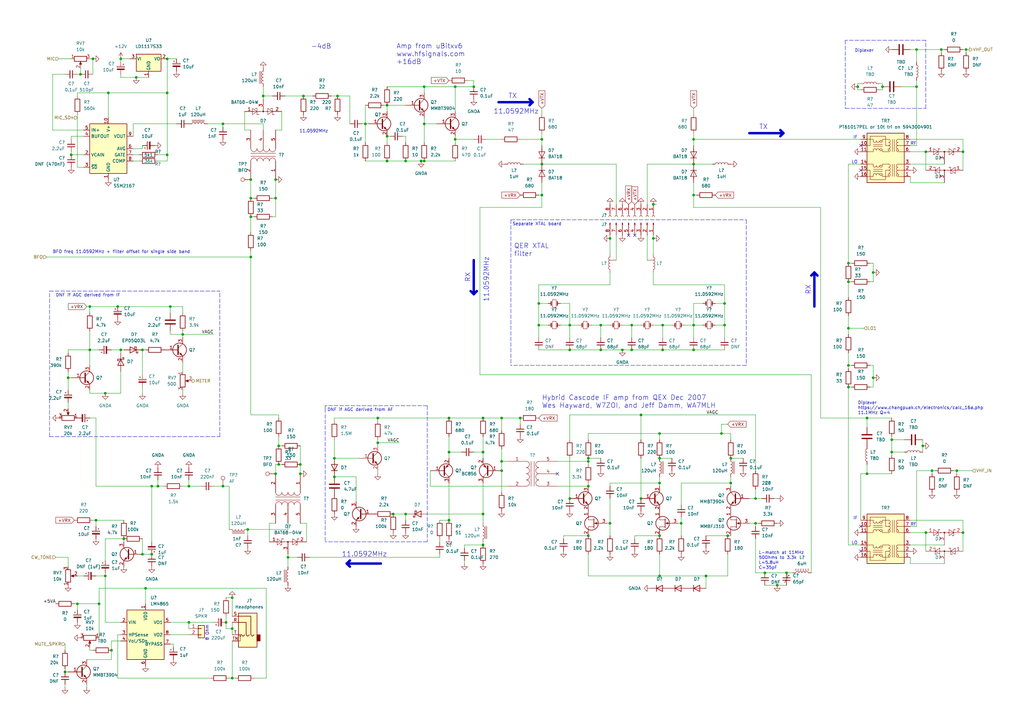
<source format=kicad_sch>
(kicad_sch (version 20211123) (generator eeschema)

  (uuid 0e592cd4-1950-44ef-9727-8e526f4c4e12)

  (paper "A3")

  (title_block
    (title "DART-70 TRX")
    (date "2023-01-22")
    (rev "0")
    (company "HB9EGM")
    (comment 1 "A 4m Band SSB/CW Transceiver")
  )

  

  (junction (at 68.58 24.13) (diameter 0) (color 0 0 0 0)
    (uuid 007433ed-6d80-48ba-9527-0a8470b6050a)
  )
  (junction (at 186.69 57.15) (diameter 0) (color 0 0 0 0)
    (uuid 0079a40d-5664-4eb5-a4a1-35e197c9e578)
  )
  (junction (at 172.72 66.04) (diameter 0) (color 0 0 0 0)
    (uuid 027f19f3-a3d5-4daa-a96e-c5d9a71c1df8)
  )
  (junction (at 158.75 55.88) (diameter 0) (color 0 0 0 0)
    (uuid 02d8bab6-e62a-43d8-ae0a-47eb8be52f66)
  )
  (junction (at 58.42 143.51) (diameter 0) (color 0 0 0 0)
    (uuid 059f4155-bed3-4fb2-9baa-d569f31b7e5d)
  )
  (junction (at 375.92 20.32) (diameter 0) (color 0 0 0 0)
    (uuid 06129627-76da-431c-ac78-8a489cb0761d)
  )
  (junction (at 220.98 124.46) (diameter 0) (color 0 0 0 0)
    (uuid 08e3fbcd-b24c-43b5-a2a5-3ed606084464)
  )
  (junction (at 95.25 245.11) (diameter 0) (color 0 0 0 0)
    (uuid 0964d962-846f-4609-b657-83d8fae25141)
  )
  (junction (at 284.48 143.51) (diameter 0) (color 0 0 0 0)
    (uuid 0e565d2a-00bb-4f20-8e2e-0f824e8d2762)
  )
  (junction (at 241.3 189.23) (diameter 0) (color 0 0 0 0)
    (uuid 0f8367d0-e4ea-40ae-8dac-4e16d60a532f)
  )
  (junction (at 318.77 240.03) (diameter 0) (color 0 0 0 0)
    (uuid 173f5655-a774-48b9-985b-3b9523888334)
  )
  (junction (at 39.37 213.36) (diameter 0) (color 0 0 0 0)
    (uuid 1761eacf-5516-4f80-af22-ca5c2f3d7629)
  )
  (junction (at 173.99 50.8) (diameter 0) (color 0 0 0 0)
    (uuid 17a2367e-a2ff-4b57-83ee-9ab25894ec97)
  )
  (junction (at 68.58 38.1) (diameter 0) (color 0 0 0 0)
    (uuid 18381db9-5d7f-4848-9a07-251ba865a202)
  )
  (junction (at 48.26 125.73) (diameter 0) (color 0 0 0 0)
    (uuid 1843d2c0-629c-44e7-8460-03ced60a2111)
  )
  (junction (at 295.91 177.8) (diameter 0) (color 0 0 0 0)
    (uuid 1a164a1f-45a6-43b7-9b64-349463c23d37)
  )
  (junction (at 166.37 210.82) (diameter 0) (color 0 0 0 0)
    (uuid 1c038126-c738-4381-b698-5c33c4341ae8)
  )
  (junction (at 262.89 204.47) (diameter 0) (color 0 0 0 0)
    (uuid 1de51305-582b-4628-8092-75c3cf54eea0)
  )
  (junction (at 113.03 194.31) (diameter 0) (color 0 0 0 0)
    (uuid 1e5b8adc-bfe4-4d62-8fbb-b09ad198c5b6)
  )
  (junction (at 255.27 143.51) (diameter 0) (color 0 0 0 0)
    (uuid 210630ed-a720-499f-8ec9-3630627e1e05)
  )
  (junction (at 194.31 35.56) (diameter 0) (color 0 0 0 0)
    (uuid 222d63d3-68ff-4a04-b7c3-6efd5c4ab9e1)
  )
  (junction (at 379.73 62.23) (diameter 0) (color 0 0 0 0)
    (uuid 223b72c8-191b-4d26-8e73-2beb56cb0a2b)
  )
  (junction (at 298.45 219.71) (diameter 0) (color 0 0 0 0)
    (uuid 22f086a0-4e36-4832-8e1e-3bdb65f5c3f2)
  )
  (junction (at 233.68 143.51) (diameter 0) (color 0 0 0 0)
    (uuid 24fd922c-d488-4d61-b6dc-9d3e359ccc82)
  )
  (junction (at 299.72 187.96) (diameter 0) (color 0 0 0 0)
    (uuid 2583e10f-d237-4b6a-a35d-cff26f964496)
  )
  (junction (at 44.45 38.1) (diameter 0) (color 0 0 0 0)
    (uuid 2792ed93-89db-4e51-99ff-281323e776eb)
  )
  (junction (at 321.31 -54.61) (diameter 0) (color 0 0 0 0)
    (uuid 29679519-0074-4244-8bb1-857f21221a1a)
  )
  (junction (at 158.75 43.18) (diameter 0) (color 0 0 0 0)
    (uuid 2cd3680a-9e9d-4c97-9125-39c64a75e644)
  )
  (junction (at 270.51 198.12) (diameter 0) (color 0 0 0 0)
    (uuid 2d264e2f-7e31-4a17-86c5-13a68ab3ff7e)
  )
  (junction (at 347.98 149.86) (diameter 0) (color 0 0 0 0)
    (uuid 2fdc7923-56aa-4f0e-b559-e1b2e79c3c8f)
  )
  (junction (at 322.58 234.95) (diameter 0) (color 0 0 0 0)
    (uuid 3083cab8-f38e-44e4-ad6a-7ad5bf540d1f)
  )
  (junction (at 114.3 190.5) (diameter 0) (color 0 0 0 0)
    (uuid 30a877c2-a2d2-45b6-a8fa-8c4567fd5621)
  )
  (junction (at 382.27 193.04) (diameter 0) (color 0 0 0 0)
    (uuid 30dc039a-a902-4295-a2ea-7a00c6153126)
  )
  (junction (at 38.1 24.13) (diameter 0) (color 0 0 0 0)
    (uuid 335263d3-7e35-4a9c-83c2-cd71d45f0688)
  )
  (junction (at 379.73 218.44) (diameter 0) (color 0 0 0 0)
    (uuid 3365c11b-b4a5-418d-85ee-41028926f18a)
  )
  (junction (at 173.99 35.56) (diameter 0) (color 0 0 0 0)
    (uuid 3bd6009a-f48b-4c66-92de-4d24549b4c7d)
  )
  (junction (at 161.29 210.82) (diameter 0) (color 0 0 0 0)
    (uuid 3bf0f30a-4c02-4011-9e56-5268cd9a18bc)
  )
  (junction (at 347.98 158.75) (diameter 0) (color 0 0 0 0)
    (uuid 3c9f1229-c5a6-40fa-b291-e067c833049e)
  )
  (junction (at 198.12 171.45) (diameter 0) (color 0 0 0 0)
    (uuid 3e9deac2-8e86-484c-b76a-a334d0715f66)
  )
  (junction (at 358.14 154.94) (diameter 0) (color 0 0 0 0)
    (uuid 3f6ba890-8616-4e68-b9d0-3d4eacc2e5c7)
  )
  (junction (at 173.99 66.04) (diameter 0) (color 0 0 0 0)
    (uuid 43c88063-044a-47b7-b010-f3fb76152eec)
  )
  (junction (at 378.46 182.88) (diameter 0) (color 0 0 0 0)
    (uuid 446196fa-4af3-4fe1-9348-f02489c61276)
  )
  (junction (at 220.98 133.35) (diameter 0) (color 0 0 0 0)
    (uuid 460147d8-e4b6-4910-88e9-07d1ddd6c2df)
  )
  (junction (at 222.25 57.15) (diameter 0) (color 0 0 0 0)
    (uuid 485f8372-6f58-431e-9419-bfc90ad67732)
  )
  (junction (at 233.68 133.35) (diameter 0) (color 0 0 0 0)
    (uuid 4b982f8b-ca29-4ebf-88fc-8a50b24e0802)
  )
  (junction (at 355.6 171.45) (diameter 0) (color 0 0 0 0)
    (uuid 4d66f653-768b-42cc-91eb-bb19e19eabf7)
  )
  (junction (at 91.44 50.8) (diameter 0) (color 0 0 0 0)
    (uuid 4f100da6-d6f9-4b77-90f1-fda986c2ed73)
  )
  (junction (at 113.03 81.28) (diameter 0) (color 0 0 0 0)
    (uuid 4f661a6f-98d8-4461-9401-113364b1e3a8)
  )
  (junction (at 184.15 213.36) (diameter 0) (color 0 0 0 0)
    (uuid 510aabe6-d19e-45d2-9ee4-74f6d2e6df89)
  )
  (junction (at 347.98 107.95) (diameter 0) (color 0 0 0 0)
    (uuid 51956c3b-fdf2-448c-be75-34acb07271cb)
  )
  (junction (at 267.97 83.82) (diameter 0) (color 0 0 0 0)
    (uuid 5300cbfb-ca56-4130-b674-4fa230974789)
  )
  (junction (at 361.95 35.56) (diameter 0) (color 0 0 0 0)
    (uuid 55c2ac3f-8f3b-4f78-9b14-388c97827d8c)
  )
  (junction (at 45.72 266.7) (diameter 0) (color 0 0 0 0)
    (uuid 583a623a-9287-46cf-a94a-71ec7c67c85f)
  )
  (junction (at 297.18 133.35) (diameter 0) (color 0 0 0 0)
    (uuid 5c4341e3-29f4-4014-ad6b-9b4cb50156a6)
  )
  (junction (at 267.97 97.79) (diameter 0) (color 0 0 0 0)
    (uuid 5d58706a-c013-405c-9112-847886006796)
  )
  (junction (at 284.48 133.35) (diameter 0) (color 0 0 0 0)
    (uuid 5dbda758-e74b-4ccf-ad68-495d537d68ba)
  )
  (junction (at 297.18 124.46) (diameter 0) (color 0 0 0 0)
    (uuid 5fc44bfc-3a32-42f5-89ff-303d655beeb1)
  )
  (junction (at 351.79 35.56) (diameter 0) (color 0 0 0 0)
    (uuid 5fe39347-c8a3-40ce-ace1-a055bc364f38)
  )
  (junction (at 198.12 223.52) (diameter 0) (color 0 0 0 0)
    (uuid 611c0051-64b3-4ff6-b51a-6ea814324060)
  )
  (junction (at 69.85 125.73) (diameter 0) (color 0 0 0 0)
    (uuid 62ed984b-c070-4de1-bd86-30aeb09fb9cd)
  )
  (junction (at 138.43 39.37) (diameter 0) (color 0 0 0 0)
    (uuid 67d87795-1d4f-4f21-9afa-f7da30e8b867)
  )
  (junction (at 102.87 88.9) (diameter 0) (color 0 0 0 0)
    (uuid 6e61ed05-4ce2-4d6e-b300-e8935e213361)
  )
  (junction (at 62.23 227.33) (diameter 0) (color 0 0 0 0)
    (uuid 707b1436-6255-4e74-ac3c-e365f258d4c7)
  )
  (junction (at 270.51 236.22) (diameter 0) (color 0 0 0 0)
    (uuid 711716b4-cb3c-40a8-915f-7a9cd1c1a345)
  )
  (junction (at 284.48 57.15) (diameter 0) (color 0 0 0 0)
    (uuid 782fd8fa-9fb0-44b6-bdfd-23367a676327)
  )
  (junction (at 299.72 198.12) (diameter 0) (color 0 0 0 0)
    (uuid 79aa4561-3272-488a-aacc-d24a783bf3fa)
  )
  (junction (at 347.98 134.62) (diameter 0) (color 0 0 0 0)
    (uuid 88658da7-484b-4fb1-bd87-cf0fe9fbbc98)
  )
  (junction (at 205.74 171.45) (diameter 0) (color 0 0 0 0)
    (uuid 89924c9d-894c-4783-bb98-91fe4fffc426)
  )
  (junction (at 365.76 180.34) (diameter 0) (color 0 0 0 0)
    (uuid 89a0992d-b4b4-4a98-9018-0c3e3ac7c4ed)
  )
  (junction (at 358.14 111.76) (diameter 0) (color 0 0 0 0)
    (uuid 8a030abd-885a-4b15-b74a-b44dc2b6c7d7)
  )
  (junction (at 375.92 35.56) (diameter 0) (color 0 0 0 0)
    (uuid 8a0d9941-07e6-4643-8f6b-bd2fdd5d5ae4)
  )
  (junction (at 92.71 255.27) (diameter 0) (color 0 0 0 0)
    (uuid 8d612602-5cc8-45dd-a943-2a29be4b9ede)
  )
  (junction (at 102.87 81.28) (diameter 0) (color 0 0 0 0)
    (uuid 8edc9989-feda-4190-96e8-8ba0ca953891)
  )
  (junction (at 43.18 236.22) (diameter 0) (color 0 0 0 0)
    (uuid 8f57152a-781e-4e8e-b36c-e81f9a864e3b)
  )
  (junction (at 49.53 24.13) (diameter 0) (color 0 0 0 0)
    (uuid 8fd35ceb-d608-4169-ae56-e892681304a9)
  )
  (junction (at 250.19 214.63) (diameter 0) (color 0 0 0 0)
    (uuid 91049a94-ccf8-463e-ab05-8a76a56be653)
  )
  (junction (at 309.88 214.63) (diameter 0) (color 0 0 0 0)
    (uuid 9134413a-edf3-40ce-9ec2-93a536746842)
  )
  (junction (at 205.74 189.23) (diameter 0) (color 0 0 0 0)
    (uuid 94a7e072-a853-4895-a974-0e863ac9edc2)
  )
  (junction (at 113.03 73.66) (diameter 0) (color 0 0 0 0)
    (uuid 9501ad82-8c5c-4bd6-a4e5-d738b7099508)
  )
  (junction (at 246.38 133.35) (diameter 0) (color 0 0 0 0)
    (uuid 9666bb6a-0c1d-4c92-be6d-94a465ec5c51)
  )
  (junction (at 64.77 199.39) (diameter 0) (color 0 0 0 0)
    (uuid 97e09b83-0572-4634-8ce7-0a86f1339fd8)
  )
  (junction (at 107.95 39.37) (diameter 0) (color 0 0 0 0)
    (uuid 983034d1-18ea-4dac-8753-9630cc5e0592)
  )
  (junction (at 386.08 20.32) (diameter 0) (color 0 0 0 0)
    (uuid 9873db56-1f37-4fe2-98ad-60e4c87af40c)
  )
  (junction (at 95.25 257.81) (diameter 0) (color 0 0 0 0)
    (uuid 98a1742d-cc82-4a66-87b4-845a0462a9e4)
  )
  (junction (at 270.51 177.8) (diameter 0) (color 0 0 0 0)
    (uuid 994aaeb0-a945-4297-8f22-64b15ec2470b)
  )
  (junction (at 284.48 80.01) (diameter 0) (color 0 0 0 0)
    (uuid 99c68e22-79ac-4df3-82ed-69d5274feb54)
  )
  (junction (at 365.76 185.42) (diameter 0) (color 0 0 0 0)
    (uuid 9a438e91-12f1-4003-9587-51635f0ae695)
  )
  (junction (at 222.25 80.01) (diameter 0) (color 0 0 0 0)
    (uuid 9cae7022-94ae-4784-b773-30ffde5822a7)
  )
  (junction (at 102.87 73.66) (diameter 0) (color 0 0 0 0)
    (uuid 9d0f1857-3b05-4e01-b461-94289f64ce4a)
  )
  (junction (at 123.19 194.31) (diameter 0) (color 0 0 0 0)
    (uuid 9d1032f1-04b7-4a45-a406-c5f306a5a4a3)
  )
  (junction (at 347.98 115.57) (diameter 0) (color 0 0 0 0)
    (uuid a4615cb6-40e1-4e6b-aa44-484a7357f4a4)
  )
  (junction (at 198.12 185.42) (diameter 0) (color 0 0 0 0)
    (uuid a4ec02e9-e140-4dcc-958f-47f7624526cb)
  )
  (junction (at 36.83 125.73) (diameter 0) (color 0 0 0 0)
    (uuid a65cad0c-0ef1-4ea5-a965-4eae7ac1f6af)
  )
  (junction (at 31.75 247.65) (diameter 0) (color 0 0 0 0)
    (uuid a69f72c8-ce0f-4293-bf44-c6832495c836)
  )
  (junction (at 77.47 199.39) (diameter 0) (color 0 0 0 0)
    (uuid a7cad282-51c3-4f24-be5e-311c2c5e959b)
  )
  (junction (at 26.67 275.59) (diameter 0) (color 0 0 0 0)
    (uuid a81b6768-8ab7-4398-923e-af4751f24292)
  )
  (junction (at 137.16 195.58) (diameter 0) (color 0 0 0 0)
    (uuid a8675aa5-24f4-4a65-9564-259800e24a61)
  )
  (junction (at 250.19 97.79) (diameter 0) (color 0 0 0 0)
    (uuid aa537d78-628c-458e-8a08-c2dae82aca82)
  )
  (junction (at 158.75 66.04) (diameter 0) (color 0 0 0 0)
    (uuid ab5a5163-9113-4726-bc7a-7e25f5bcb137)
  )
  (junction (at 27.94 154.94) (diameter 0) (color 0 0 0 0)
    (uuid ac0e5582-f44c-4bc2-8ae7-2c3f1115fb00)
  )
  (junction (at 33.02 30.48) (diameter 0) (color 0 0 0 0)
    (uuid ad2d033c-4040-4813-b5da-82cf827f9d86)
  )
  (junction (at 259.08 133.35) (diameter 0) (color 0 0 0 0)
    (uuid ad485fa9-ca4c-467a-b6d9-302ae2ec4eaa)
  )
  (junction (at 91.44 199.39) (diameter 0) (color 0 0 0 0)
    (uuid ae4c18cc-90ed-4d31-b27a-ee22bf49a14e)
  )
  (junction (at 259.08 143.51) (diameter 0) (color 0 0 0 0)
    (uuid aed41e50-066a-4d5d-9b35-33c86a58f817)
  )
  (junction (at 309.88 204.47) (diameter 0) (color 0 0 0 0)
    (uuid b046cbfe-7bd9-4ac8-9c60-a84b90a07076)
  )
  (junction (at 198.12 210.82) (diameter 0) (color 0 0 0 0)
    (uuid b0bd599f-5320-4de4-9844-b1248597f45d)
  )
  (junction (at 59.69 241.3) (diameter 0) (color 0 0 0 0)
    (uuid b2c93e47-1b35-4bce-b217-c95c59af9fea)
  )
  (junction (at 102.87 105.41) (diameter 0) (color 0 0 0 0)
    (uuid b2fc5a98-a9c8-4ffb-bf05-9a95788a6f6e)
  )
  (junction (at 154.94 181.61) (diameter 0) (color 0 0 0 0)
    (uuid b52e2ac1-1ad4-4299-a3b7-5950aeda9b09)
  )
  (junction (at 222.25 67.31) (diameter 0) (color 0 0 0 0)
    (uuid b55942a4-2e67-4c91-a2e2-17d287af1b39)
  )
  (junction (at 58.42 227.33) (diameter 0) (color 0 0 0 0)
    (uuid b67c5032-3958-4f67-8cff-2bc749aa2559)
  )
  (junction (at 68.58 63.5) (diameter 0) (color 0 0 0 0)
    (uuid b6a3e709-356a-4a55-ac00-07ba73afac37)
  )
  (junction (at 313.69 234.95) (diameter 0) (color 0 0 0 0)
    (uuid b7b0b83f-2dad-41a6-8e3b-dd0617021680)
  )
  (junction (at 233.68 204.47) (diameter 0) (color 0 0 0 0)
    (uuid bb8fc86a-138e-468d-a6f3-4d425bea2798)
  )
  (junction (at 241.3 199.39) (diameter 0) (color 0 0 0 0)
    (uuid bcb7b50e-e30b-4748-9ad3-15fd19268fd8)
  )
  (junction (at 270.51 187.96) (diameter 0) (color 0 0 0 0)
    (uuid bdd38f4a-d1f5-49ea-86a0-7074369f7406)
  )
  (junction (at 40.64 247.65) (diameter 0) (color 0 0 0 0)
    (uuid beaa9122-a0f4-4e99-96b3-048878d69672)
  )
  (junction (at 101.6 217.17) (diameter 0) (color 0 0 0 0)
    (uuid bf1cf86a-4cef-455a-b67c-093dbb9970e5)
  )
  (junction (at 95.25 278.13) (diameter 0) (color 0 0 0 0)
    (uuid bff74fb8-2e53-4140-9d30-8bb9b336dda4)
  )
  (junction (at 50.8 220.98) (diameter 0) (color 0 0 0 0)
    (uuid c07980be-125c-4459-be81-f2b8371f5ae2)
  )
  (junction (at 205.74 193.04) (diameter 0) (color 0 0 0 0)
    (uuid c41a688f-80a3-4252-bb37-134631846db3)
  )
  (junction (at 271.78 143.51) (diameter 0) (color 0 0 0 0)
    (uuid c8816f2b-d043-4f02-8988-815e5e7435ee)
  )
  (junction (at 118.11 228.6) (diameter 0) (color 0 0 0 0)
    (uuid c8c4fbfe-4e9c-445d-882a-7f1bac80adc8)
  )
  (junction (at 271.78 133.35) (diameter 0) (color 0 0 0 0)
    (uuid ca2ddb3d-eff7-4148-ac57-d5c14ba8be31)
  )
  (junction (at 55.88 31.75) (diameter 0) (color 0 0 0 0)
    (uuid ca3e4813-ee52-41fc-be54-f33d5d572e76)
  )
  (junction (at 241.3 187.96) (diameter 0) (color 0 0 0 0)
    (uuid cf4a7a0f-4b62-4a14-8810-1f9be9bb8bca)
  )
  (junction (at 246.38 143.51) (diameter 0) (color 0 0 0 0)
    (uuid d3e01bdf-5c14-407f-80a1-1d934fc04fab)
  )
  (junction (at 149.86 50.8) (diameter 0) (color 0 0 0 0)
    (uuid d46cfddd-ae59-45a8-a05e-501b77d91351)
  )
  (junction (at 124.46 39.37) (diameter 0) (color 0 0 0 0)
    (uuid d47b6e93-2883-4b61-9107-b49e482eb126)
  )
  (junction (at 270.51 219.71) (diameter 0) (color 0 0 0 0)
    (uuid d5fa5081-044e-4305-8f5d-d2a56bf86d29)
  )
  (junction (at 77.47 255.27) (diameter 0) (color 0 0 0 0)
    (uuid d6fda246-3399-48cd-8a06-99bbdf8c75e4)
  )
  (junction (at 241.3 219.71) (diameter 0) (color 0 0 0 0)
    (uuid d703d54e-2823-4563-98c8-59d8b8b54fec)
  )
  (junction (at 166.37 66.04) (diameter 0) (color 0 0 0 0)
    (uuid d774c163-0e71-4e59-99e8-33a6c910c00d)
  )
  (junction (at 62.23 199.39) (diameter 0) (color 0 0 0 0)
    (uuid d7d4c350-2318-4a09-b921-0a78963f6666)
  )
  (junction (at 284.48 67.31) (diameter 0) (color 0 0 0 0)
    (uuid d964cb21-9482-4b14-9981-964030a476a5)
  )
  (junction (at 394.97 62.23) (diameter 0) (color 0 0 0 0)
    (uuid daa9b5c5-21a2-4482-b81a-69bb9f749fb7)
  )
  (junction (at 186.69 35.56) (diameter 0) (color 0 0 0 0)
    (uuid dcdfeb28-863e-4a43-ad64-f6e45863b4d7)
  )
  (junction (at 213.36 171.45) (diameter 0) (color 0 0 0 0)
    (uuid ddaaa428-40ee-45ee-a789-6961e25a11bb)
  )
  (junction (at 392.43 193.04) (diameter 0) (color 0 0 0 0)
    (uuid de1eb50d-ef90-4d0d-a112-fc865a422b99)
  )
  (junction (at 289.56 236.22) (diameter 0) (color 0 0 0 0)
    (uuid df231e82-dc0c-49c1-a01b-d2be84591ff3)
  )
  (junction (at 396.24 20.32) (diameter 0) (color 0 0 0 0)
    (uuid e2d27bd1-d4c5-4321-a13b-160cb2d6015d)
  )
  (junction (at 49.53 143.51) (diameter 0) (color 0 0 0 0)
    (uuid e3903eeb-8b72-4b40-a088-cbbba270c01b)
  )
  (junction (at 184.15 171.45) (diameter 0) (color 0 0 0 0)
    (uuid e68e2295-e5ad-41e7-931d-7bf2c40e2981)
  )
  (junction (at 279.4 214.63) (diameter 0) (color 0 0 0 0)
    (uuid e736b041-4756-4726-980f-1b93cf00a2ad)
  )
  (junction (at 74.93 137.16) (diameter 0) (color 0 0 0 0)
    (uuid e8558fbd-ea42-43a6-966a-7bd304bdfaad)
  )
  (junction (at 36.83 143.51) (diameter 0) (color 0 0 0 0)
    (uuid eac540a2-0555-4530-b9cb-9b037a65c0a7)
  )
  (junction (at 114.3 182.88) (diameter 0) (color 0 0 0 0)
    (uuid eb3c65f0-3082-4c13-98c1-cac8dc7eccac)
  )
  (junction (at 137.16 187.96) (diameter 0) (color 0 0 0 0)
    (uuid ecba702e-9fb5-4bd7-9b08-5197492ec54b)
  )
  (junction (at 394.97 218.44) (diameter 0) (color 0 0 0 0)
    (uuid efac21da-3f93-4ae4-bab8-dbdec293c35e)
  )
  (junction (at 43.18 161.29) (diameter 0) (color 0 0 0 0)
    (uuid f0f3907b-44e3-4106-9f24-d8ce836b6bb0)
  )
  (junction (at 154.94 171.45) (diameter 0) (color 0 0 0 0)
    (uuid f1a9e2a2-6347-4852-b335-cf8402c433a4)
  )
  (junction (at 318.77 -83.82) (diameter 0) (color 0 0 0 0)
    (uuid f3285ed9-855d-4b3c-9145-ed9dbda7a1d9)
  )
  (junction (at 355.6 194.31) (diameter 0) (color 0 0 0 0)
    (uuid f76d6092-db53-4b09-9f52-125a6f3746af)
  )
  (junction (at 306.07 -54.61) (diameter 0) (color 0 0 0 0)
    (uuid f9728ce1-58db-4b51-bb92-9b665142c745)
  )
  (junction (at 184.15 185.42) (diameter 0) (color 0 0 0 0)
    (uuid fb5d1a59-18d1-49ea-b504-10e76cce8897)
  )
  (junction (at 123.19 190.5) (diameter 0) (color 0 0 0 0)
    (uuid fbe71f6a-7e5a-41f1-9e6e-b2e94d49a3bc)
  )
  (junction (at 29.21 63.5) (diameter 0) (color 0 0 0 0)
    (uuid fe2b05f5-675b-44d0-956c-c5829b7c692a)
  )
  (junction (at 262.89 170.18) (diameter 0) (color 0 0 0 0)
    (uuid fe2ce942-d4c5-4b3f-a09e-cda9276450f6)
  )

  (no_connect (at 353.06 226.06) (uuid 112718f1-f222-4c50-a4f0-a42dabd066b7))
  (no_connect (at 257.81 96.52) (uuid 2b99a1e6-5f67-436f-9ed5-38e8bfd4c142))
  (no_connect (at 353.06 69.85) (uuid 36cd8509-4b06-4001-aa2f-00b548cb4477))
  (no_connect (at 353.06 59.69) (uuid 6226f2ac-b9bf-4733-a388-cd49aa6934ae))
  (no_connect (at 353.06 215.9) (uuid 69a2fbd1-0689-4722-b099-d7d4b3a2c805))
  (no_connect (at 228.6 194.31) (uuid afdb3662-3196-4d9d-b0e8-7f416bb5cd4f))
  (no_connect (at 260.35 96.52) (uuid ee08a6c2-528a-478b-9089-08fe9a37ec7e))

  (wire (pts (xy 358.14 107.95) (xy 358.14 111.76))
    (stroke (width 0) (type default) (color 0 0 0 0))
    (uuid 006436ec-9ab2-4589-83be-4667e52db3bf)
  )
  (wire (pts (xy 205.74 171.45) (xy 205.74 176.53))
    (stroke (width 0) (type default) (color 0 0 0 0))
    (uuid 00c27d59-c437-4bee-9cde-cbd48a34e31b)
  )
  (wire (pts (xy 87.63 199.39) (xy 91.44 199.39))
    (stroke (width 0) (type default) (color 0 0 0 0))
    (uuid 0113fe75-9787-49bd-865f-03242ce2a366)
  )
  (wire (pts (xy 222.25 57.15) (xy 222.25 54.61))
    (stroke (width 0) (type default) (color 0 0 0 0))
    (uuid 0125f083-fa2b-4a11-85be-7853b609b001)
  )
  (wire (pts (xy 68.58 66.04) (xy 64.77 66.04))
    (stroke (width 0) (type default) (color 0 0 0 0))
    (uuid 01caafb3-af8a-4642-870c-c290b286d040)
  )
  (wire (pts (xy 222.25 74.93) (xy 222.25 80.01))
    (stroke (width 0) (type default) (color 0 0 0 0))
    (uuid 01cceb30-c85f-4510-b324-8d17341fc730)
  )
  (wire (pts (xy 166.37 43.18) (xy 158.75 43.18))
    (stroke (width 0) (type default) (color 0 0 0 0))
    (uuid 01f0181c-303d-46c7-ba34-20eee1c48cd1)
  )
  (wire (pts (xy 173.99 50.8) (xy 179.07 50.8))
    (stroke (width 0) (type default) (color 0 0 0 0))
    (uuid 0222c276-ce98-44cf-9ac7-d0d00163570d)
  )
  (wire (pts (xy 190.5 231.14) (xy 190.5 229.87))
    (stroke (width 0) (type default) (color 0 0 0 0))
    (uuid 027fc545-8a42-4646-8424-467711418116)
  )
  (wire (pts (xy 114.3 170.18) (xy 114.3 171.45))
    (stroke (width 0) (type default) (color 0 0 0 0))
    (uuid 0332aa97-cadc-4e7a-b8af-ca59e255597d)
  )
  (wire (pts (xy 173.99 66.04) (xy 186.69 66.04))
    (stroke (width 0) (type default) (color 0 0 0 0))
    (uuid 035d062f-f875-4853-8ca1-a348c3967bb1)
  )
  (wire (pts (xy 113.03 214.63) (xy 110.49 214.63))
    (stroke (width 0) (type default) (color 0 0 0 0))
    (uuid 03b7756f-0559-43eb-b24d-3aefa5a15899)
  )
  (wire (pts (xy 394.97 20.32) (xy 396.24 20.32))
    (stroke (width 0) (type default) (color 0 0 0 0))
    (uuid 03ce6745-00b2-4d2b-bad7-eb9745172859)
  )
  (wire (pts (xy 166.37 210.82) (xy 161.29 210.82))
    (stroke (width 0) (type default) (color 0 0 0 0))
    (uuid 03dd13e2-d89f-47ed-8a2f-ce75e7a97ef3)
  )
  (wire (pts (xy 284.48 133.35) (xy 288.29 133.35))
    (stroke (width 0) (type default) (color 0 0 0 0))
    (uuid 042fe62b-53aa-4e86-97d0-9ccb1e16a895)
  )
  (wire (pts (xy 375.92 193.04) (xy 382.27 193.04))
    (stroke (width 0) (type default) (color 0 0 0 0))
    (uuid 0437af13-5b81-4e18-82d5-0ec28c5d895f)
  )
  (wire (pts (xy 373.38 74.93) (xy 373.38 72.39))
    (stroke (width 0) (type default) (color 0 0 0 0))
    (uuid 047a18ce-9e77-4d7d-a9ce-60b21f671177)
  )
  (wire (pts (xy 31.75 68.58) (xy 34.29 68.58))
    (stroke (width 0) (type default) (color 0 0 0 0))
    (uuid 04868f85-bc69-4fa9-8e62-d78ffe5ae58e)
  )
  (wire (pts (xy 38.1 266.7) (xy 36.83 266.7))
    (stroke (width 0) (type default) (color 0 0 0 0))
    (uuid 049bc167-7861-4f83-a9e9-3c707dd00017)
  )
  (wire (pts (xy 396.24 20.32) (xy 397.51 20.32))
    (stroke (width 0) (type default) (color 0 0 0 0))
    (uuid 04ef368b-f4e9-48da-956c-ee93cb3d01e8)
  )
  (wire (pts (xy 241.3 227.33) (xy 241.3 236.22))
    (stroke (width 0) (type default) (color 0 0 0 0))
    (uuid 066671d9-1fdf-4a05-a7e7-cadb7d44b89f)
  )
  (wire (pts (xy 229.87 124.46) (xy 233.68 124.46))
    (stroke (width 0) (type default) (color 0 0 0 0))
    (uuid 082d865b-0a4e-49c3-b18b-be47fd4a465a)
  )
  (wire (pts (xy 382.27 193.04) (xy 383.54 193.04))
    (stroke (width 0) (type default) (color 0 0 0 0))
    (uuid 0830aef1-c986-42f8-ba6a-a3fcacbf0210)
  )
  (wire (pts (xy 309.88 234.95) (xy 309.88 220.98))
    (stroke (width 0) (type default) (color 0 0 0 0))
    (uuid 08c8f1b4-737d-438b-967e-a77cce3833c0)
  )
  (wire (pts (xy 58.42 143.51) (xy 58.42 153.67))
    (stroke (width 0) (type default) (color 0 0 0 0))
    (uuid 09321bf4-1ea1-49b5-b1f9-ac29d6606a74)
  )
  (wire (pts (xy 173.99 35.56) (xy 186.69 35.56))
    (stroke (width 0) (type default) (color 0 0 0 0))
    (uuid 0943dfff-08fd-4176-a97a-8e271f47b148)
  )
  (wire (pts (xy 347.98 134.62) (xy 347.98 129.54))
    (stroke (width 0) (type default) (color 0 0 0 0))
    (uuid 09aa0d32-f4dc-42fd-a756-e1229737bd34)
  )
  (wire (pts (xy 361.95 35.56) (xy 361.95 34.29))
    (stroke (width 0) (type default) (color 0 0 0 0))
    (uuid 09f01836-52b7-4cc9-b245-1b1e36d31834)
  )
  (wire (pts (xy 289.56 236.22) (xy 289.56 241.3))
    (stroke (width 0) (type default) (color 0 0 0 0))
    (uuid 0a0c053c-54e0-4f14-b909-036d0c5fbf08)
  )
  (wire (pts (xy 158.75 43.18) (xy 158.75 45.72))
    (stroke (width 0) (type default) (color 0 0 0 0))
    (uuid 0a80373e-7854-41a7-8441-30fd81967887)
  )
  (wire (pts (xy 284.48 74.93) (xy 284.48 80.01))
    (stroke (width 0) (type default) (color 0 0 0 0))
    (uuid 0a9f993d-d83a-4cdc-bae3-0f40dd545220)
  )
  (wire (pts (xy 279.4 198.12) (xy 299.72 198.12))
    (stroke (width 0) (type default) (color 0 0 0 0))
    (uuid 0b5e9f79-a50b-4078-b2be-eff1d45ab7fc)
  )
  (wire (pts (xy 222.25 80.01) (xy 222.25 85.09))
    (stroke (width 0) (type default) (color 0 0 0 0))
    (uuid 0c3bb475-57a3-4465-801b-1823c9a733cc)
  )
  (wire (pts (xy 309.88 234.95) (xy 313.69 234.95))
    (stroke (width 0) (type default) (color 0 0 0 0))
    (uuid 0dc79dd3-c584-4173-b914-e6a8bcd18e45)
  )
  (wire (pts (xy 36.83 135.89) (xy 36.83 143.51))
    (stroke (width 0) (type default) (color 0 0 0 0))
    (uuid 0e1c6bbc-4cc4-4ce9-b48a-8292bb286da8)
  )
  (wire (pts (xy 267.97 97.79) (xy 267.97 96.52))
    (stroke (width 0) (type default) (color 0 0 0 0))
    (uuid 0f4b5c7f-79aa-4c46-b222-58e7e288b195)
  )
  (wire (pts (xy 33.02 27.94) (xy 33.02 30.48))
    (stroke (width 0) (type default) (color 0 0 0 0))
    (uuid 100847e3-630c-4c13-ba45-180e92370805)
  )
  (wire (pts (xy 313.69 -36.83) (xy 327.66 -36.83))
    (stroke (width 0) (type default) (color 0 0 0 0))
    (uuid 10bd27b2-1d07-444a-9776-fc259e0db345)
  )
  (wire (pts (xy 166.37 66.04) (xy 172.72 66.04))
    (stroke (width 0) (type default) (color 0 0 0 0))
    (uuid 11ac1ac8-72b6-43ed-915e-50f87561daf8)
  )
  (wire (pts (xy 107.95 50.8) (xy 91.44 50.8))
    (stroke (width 0) (type default) (color 0 0 0 0))
    (uuid 12340fb8-cd9c-4069-beec-13d4d2ea0d99)
  )
  (wire (pts (xy 361.95 36.83) (xy 361.95 35.56))
    (stroke (width 0) (type default) (color 0 0 0 0))
    (uuid 127f70da-b001-4621-a4ee-78ee7182bcde)
  )
  (polyline (pts (xy 307.34 54.61) (xy 321.31 54.61))
    (stroke (width 1) (type solid) (color 0 0 0 0))
    (uuid 1281d63b-9c8c-4454-9b2d-0bbbc27e2ae7)
  )

  (wire (pts (xy 347.98 67.31) (xy 347.98 107.95))
    (stroke (width 0) (type default) (color 0 0 0 0))
    (uuid 12a6c47a-7412-4804-9a23-fab5a3f774ce)
  )
  (wire (pts (xy 44.45 38.1) (xy 68.58 38.1))
    (stroke (width 0) (type default) (color 0 0 0 0))
    (uuid 12e17856-cd8c-41a8-bb2e-9faca10b0973)
  )
  (wire (pts (xy 43.18 234.95) (xy 43.18 236.22))
    (stroke (width 0) (type default) (color 0 0 0 0))
    (uuid 15e1025c-faeb-49ff-aaa3-6ba9acaabd98)
  )
  (wire (pts (xy 137.16 172.72) (xy 137.16 171.45))
    (stroke (width 0) (type default) (color 0 0 0 0))
    (uuid 1606d99f-0508-4f2e-b63b-47e62c4312ee)
  )
  (wire (pts (xy 386.08 21.59) (xy 386.08 20.32))
    (stroke (width 0) (type default) (color 0 0 0 0))
    (uuid 16070e3c-2cc9-4d09-bef3-8ceccb63947e)
  )
  (wire (pts (xy 36.83 125.73) (xy 36.83 128.27))
    (stroke (width 0) (type default) (color 0 0 0 0))
    (uuid 16aa2316-1a67-45e5-b6c4-e59dd85814f4)
  )
  (wire (pts (xy 115.57 182.88) (xy 114.3 182.88))
    (stroke (width 0) (type default) (color 0 0 0 0))
    (uuid 17c93850-5ebd-4f0d-b8eb-52bf14b01af4)
  )
  (wire (pts (xy 186.69 35.56) (xy 194.31 35.56))
    (stroke (width 0) (type default) (color 0 0 0 0))
    (uuid 18723066-b973-43bf-8bbf-4c210121a928)
  )
  (wire (pts (xy 378.46 180.34) (xy 378.46 182.88))
    (stroke (width 0) (type default) (color 0 0 0 0))
    (uuid 19028db1-670b-4d84-9d20-5aa2f8585dd7)
  )
  (wire (pts (xy 186.69 57.15) (xy 194.31 57.15))
    (stroke (width 0) (type default) (color 0 0 0 0))
    (uuid 19a56892-f9d5-4508-ab75-59721c555275)
  )
  (wire (pts (xy 26.67 281.94) (xy 26.67 280.67))
    (stroke (width 0) (type default) (color 0 0 0 0))
    (uuid 1a85ffd6-ef8b-418f-990e-456d1ffab00e)
  )
  (wire (pts (xy 146.05 195.58) (xy 146.05 205.74))
    (stroke (width 0) (type default) (color 0 0 0 0))
    (uuid 1a9613ab-fb34-4a02-8365-aadaa421dfaf)
  )
  (wire (pts (xy 27.94 143.51) (xy 36.83 143.51))
    (stroke (width 0) (type default) (color 0 0 0 0))
    (uuid 1a9f0d73-6986-450b-8da5-dca8d718cd0d)
  )
  (wire (pts (xy 284.48 143.51) (xy 297.18 143.51))
    (stroke (width 0) (type default) (color 0 0 0 0))
    (uuid 1d8cbdb8-b0d5-4f06-84c8-05770b7e9555)
  )
  (wire (pts (xy 222.25 59.69) (xy 222.25 57.15))
    (stroke (width 0) (type default) (color 0 0 0 0))
    (uuid 1dbe419a-f71e-4ab5-9a49-e58e75747fdf)
  )
  (wire (pts (xy 118.11 217.17) (xy 101.6 217.17))
    (stroke (width 0) (type default) (color 0 0 0 0))
    (uuid 1dc9a7fa-415c-4243-97fb-46b0d627e89d)
  )
  (wire (pts (xy 137.16 171.45) (xy 154.94 171.45))
    (stroke (width 0) (type default) (color 0 0 0 0))
    (uuid 1ddbded3-4d65-49ba-8123-18c72e4b7f4a)
  )
  (wire (pts (xy 365.76 185.42) (xy 365.76 186.69))
    (stroke (width 0) (type default) (color 0 0 0 0))
    (uuid 1e2c0cdd-08a6-4586-b370-3ffc74205845)
  )
  (wire (pts (xy 158.75 66.04) (xy 166.37 66.04))
    (stroke (width 0) (type default) (color 0 0 0 0))
    (uuid 1f1052c4-d15a-450f-8bb0-3cc3f3592607)
  )
  (wire (pts (xy 250.19 204.47) (xy 250.19 214.63))
    (stroke (width 0) (type default) (color 0 0 0 0))
    (uuid 1f1c22b1-15a3-4e28-88a5-25ba2fbef197)
  )
  (wire (pts (xy 233.68 124.46) (xy 233.68 133.35))
    (stroke (width 0) (type default) (color 0 0 0 0))
    (uuid 1fd73780-e017-4e2c-9674-56cb6f09dc2d)
  )
  (wire (pts (xy 267.97 116.84) (xy 297.18 116.84))
    (stroke (width 0) (type default) (color 0 0 0 0))
    (uuid 2163a967-be2d-4344-a94d-f1b8da3dc3a3)
  )
  (wire (pts (xy 394.97 57.15) (xy 394.97 62.23))
    (stroke (width 0) (type default) (color 0 0 0 0))
    (uuid 2171e051-2b1c-4df3-9987-bb0d428437aa)
  )
  (wire (pts (xy 53.34 24.13) (xy 49.53 24.13))
    (stroke (width 0) (type default) (color 0 0 0 0))
    (uuid 219ed590-c887-4a37-b8cf-2c9225c6d07e)
  )
  (wire (pts (xy 69.85 135.89) (xy 69.85 137.16))
    (stroke (width 0) (type default) (color 0 0 0 0))
    (uuid 22591446-6d82-47ac-b525-9e9deb496c8c)
  )
  (wire (pts (xy 26.67 264.16) (xy 26.67 266.7))
    (stroke (width 0) (type default) (color 0 0 0 0))
    (uuid 226f524c-89b4-46ed-86fd-c8ea41059fd4)
  )
  (wire (pts (xy 137.16 180.34) (xy 137.16 187.96))
    (stroke (width 0) (type default) (color 0 0 0 0))
    (uuid 231e5ae4-1791-4485-9a32-a64456488009)
  )
  (wire (pts (xy 111.76 88.9) (xy 113.03 88.9))
    (stroke (width 0) (type default) (color 0 0 0 0))
    (uuid 233c88a4-9a5e-42af-96fb-5079a0c4ddfe)
  )
  (wire (pts (xy 318.77 -63.5) (xy 321.31 -63.5))
    (stroke (width 0) (type default) (color 0 0 0 0))
    (uuid 24e4c8b7-7963-4a14-b3e0-4b86218811d3)
  )
  (wire (pts (xy 241.3 189.23) (xy 241.3 187.96))
    (stroke (width 0) (type default) (color 0 0 0 0))
    (uuid 25347fbb-8744-4d15-9949-de9866144f81)
  )
  (wire (pts (xy 270.51 177.8) (xy 241.3 177.8))
    (stroke (width 0) (type default) (color 0 0 0 0))
    (uuid 2556849b-244d-40cf-86de-101d00a3273d)
  )
  (wire (pts (xy 275.59 187.96) (xy 270.51 187.96))
    (stroke (width 0) (type default) (color 0 0 0 0))
    (uuid 25b40549-5004-4a9f-8c83-45a4561f2c44)
  )
  (wire (pts (xy 313.69 -34.29) (xy 313.69 -36.83))
    (stroke (width 0) (type default) (color 0 0 0 0))
    (uuid 261eb6dc-d5dd-4e47-8bce-04c77069621a)
  )
  (wire (pts (xy 39.37 213.36) (xy 50.8 213.36))
    (stroke (width 0) (type default) (color 0 0 0 0))
    (uuid 268a679e-e023-47f5-8a31-2516b1c23479)
  )
  (wire (pts (xy 214.63 67.31) (xy 222.25 67.31))
    (stroke (width 0) (type default) (color 0 0 0 0))
    (uuid 275568d0-09db-49c2-9144-c338cf90d66a)
  )
  (wire (pts (xy 295.91 173.99) (xy 295.91 177.8))
    (stroke (width 0) (type default) (color 0 0 0 0))
    (uuid 27937394-9bb7-48f6-a154-02c32eca1c67)
  )
  (wire (pts (xy 198.12 198.12) (xy 198.12 210.82))
    (stroke (width 0) (type default) (color 0 0 0 0))
    (uuid 287f053d-d517-4f77-a833-8d255e7a9f3f)
  )
  (wire (pts (xy 31.75 247.65) (xy 40.64 247.65))
    (stroke (width 0) (type default) (color 0 0 0 0))
    (uuid 29b8b23a-e7ee-4dc9-92e7-c3cadb119379)
  )
  (wire (pts (xy 205.74 189.23) (xy 205.74 193.04))
    (stroke (width 0) (type default) (color 0 0 0 0))
    (uuid 2a63233b-a7a2-4c59-82c8-58a12efecada)
  )
  (wire (pts (xy 250.19 214.63) (xy 248.92 214.63))
    (stroke (width 0) (type default) (color 0 0 0 0))
    (uuid 2afd810b-02fc-4ddc-b23c-b8689ad0ab1d)
  )
  (wire (pts (xy 34.29 55.88) (xy 29.21 55.88))
    (stroke (width 0) (type default) (color 0 0 0 0))
    (uuid 2b878984-ad62-40d5-87be-d30f465ae2b3)
  )
  (wire (pts (xy 74.93 152.4) (xy 74.93 148.59))
    (stroke (width 0) (type default) (color 0 0 0 0))
    (uuid 2b894b8a-c098-4d9d-be0f-2ef41dea274e)
  )
  (wire (pts (xy 288.29 124.46) (xy 284.48 124.46))
    (stroke (width 0) (type default) (color 0 0 0 0))
    (uuid 2ba6a5e2-be81-4fda-a558-a7c1489b8584)
  )
  (wire (pts (xy 250.19 97.79) (xy 250.19 104.14))
    (stroke (width 0) (type default) (color 0 0 0 0))
    (uuid 2bb91631-ebd1-41f4-8f02-7d20cea9a1ea)
  )
  (wire (pts (xy 118.11 228.6) (xy 118.11 227.33))
    (stroke (width 0) (type default) (color 0 0 0 0))
    (uuid 2bc9d2d9-93de-4c12-bc6b-86b8c29f0aa6)
  )
  (wire (pts (xy 128.27 39.37) (xy 124.46 39.37))
    (stroke (width 0) (type default) (color 0 0 0 0))
    (uuid 2e63a8de-ed51-4777-8337-472b5b4f8240)
  )
  (wire (pts (xy 297.18 138.43) (xy 297.18 133.35))
    (stroke (width 0) (type default) (color 0 0 0 0))
    (uuid 2e6b1f7e-e4c3-43a1-ae90-c85aa40696d5)
  )
  (wire (pts (xy 280.67 133.35) (xy 284.48 133.35))
    (stroke (width 0) (type default) (color 0 0 0 0))
    (uuid 2ec9be40-1d5a-4e2d-8a4d-4be2d3c079d5)
  )
  (wire (pts (xy 306.07 -54.61) (xy 306.07 -63.5))
    (stroke (width 0) (type default) (color 0 0 0 0))
    (uuid 306c58e8-628e-47f3-98f7-56966b54150f)
  )
  (wire (pts (xy 125.73 214.63) (xy 123.19 214.63))
    (stroke (width 0) (type default) (color 0 0 0 0))
    (uuid 307b7b86-dfcd-43e5-adae-a42ec65f9c2c)
  )
  (wire (pts (xy 241.3 190.5) (xy 241.3 189.23))
    (stroke (width 0) (type default) (color 0 0 0 0))
    (uuid 31405bcc-b3b5-4799-beda-e88762b1ff65)
  )
  (wire (pts (xy 241.3 236.22) (xy 270.51 236.22))
    (stroke (width 0) (type default) (color 0 0 0 0))
    (uuid 314a73cd-4340-4691-9097-14e559730536)
  )
  (wire (pts (xy 233.68 170.18) (xy 233.68 180.34))
    (stroke (width 0) (type default) (color 0 0 0 0))
    (uuid 3276e29e-f986-4a1b-866c-9d3cbd2e5d3d)
  )
  (wire (pts (xy 186.69 45.72) (xy 186.69 35.56))
    (stroke (width 0) (type default) (color 0 0 0 0))
    (uuid 32d50c10-a20b-414f-afaf-7821cceaf33a)
  )
  (wire (pts (xy 26.67 274.32) (xy 26.67 275.59))
    (stroke (width 0) (type default) (color 0 0 0 0))
    (uuid 33891c62-a79f-4243-b776-6be292690ac3)
  )
  (wire (pts (xy 26.67 30.48) (xy 21.59 30.48))
    (stroke (width 0) (type default) (color 0 0 0 0))
    (uuid 33b48673-c959-4510-b6fa-fd3f7bdb00fd)
  )
  (wire (pts (xy 64.77 63.5) (xy 68.58 63.5))
    (stroke (width 0) (type default) (color 0 0 0 0))
    (uuid 33b6dbe8-d555-4f35-a63c-27c75fa09ca7)
  )
  (wire (pts (xy 118.11 214.63) (xy 118.11 217.17))
    (stroke (width 0) (type default) (color 0 0 0 0))
    (uuid 33b8f01e-acf2-48c5-adde-e838f3dfad6d)
  )
  (wire (pts (xy 172.72 66.04) (xy 173.99 66.04))
    (stroke (width 0) (type default) (color 0 0 0 0))
    (uuid 341e0f4b-92fa-44cf-9e72-3a5fc025563e)
  )
  (wire (pts (xy 373.38 231.14) (xy 373.38 228.6))
    (stroke (width 0) (type default) (color 0 0 0 0))
    (uuid 34971b89-a71c-4b1e-9611-7fffde0ef9c4)
  )
  (wire (pts (xy 233.68 138.43) (xy 233.68 133.35))
    (stroke (width 0) (type default) (color 0 0 0 0))
    (uuid 35343f32-90ff-4059-a108-111fb444c3d2)
  )
  (wire (pts (xy 349.25 158.75) (xy 347.98 158.75))
    (stroke (width 0) (type default) (color 0 0 0 0))
    (uuid 3586fadc-dfb0-445d-9e9e-609ee49ba8a3)
  )
  (wire (pts (xy 355.6 194.31) (xy 365.76 194.31))
    (stroke (width 0) (type default) (color 0 0 0 0))
    (uuid 35dbe510-347f-4115-945a-275dbc9544a8)
  )
  (wire (pts (xy 27.94 160.02) (xy 27.94 154.94))
    (stroke (width 0) (type default) (color 0 0 0 0))
    (uuid 35e60fa0-27cf-4d0e-8bab-b364400c08c0)
  )
  (wire (pts (xy 123.19 194.31) (xy 123.19 190.5))
    (stroke (width 0) (type default) (color 0 0 0 0))
    (uuid 362da67e-2cbf-4626-b5c1-6c5ba9fb75f9)
  )
  (wire (pts (xy 208.28 189.23) (xy 205.74 189.23))
    (stroke (width 0) (type default) (color 0 0 0 0))
    (uuid 364f7692-8fd2-4996-8f00-fec21fff2827)
  )
  (wire (pts (xy 297.18 133.35) (xy 293.37 133.35))
    (stroke (width 0) (type default) (color 0 0 0 0))
    (uuid 36696ac6-2db1-4b52-ae3d-9f3c89d2042f)
  )
  (wire (pts (xy 332.74 153.67) (xy 196.85 153.67))
    (stroke (width 0) (type default) (color 0 0 0 0))
    (uuid 369c2242-d22f-4370-b888-6adc5e444aec)
  )
  (wire (pts (xy 43.18 220.98) (xy 50.8 220.98))
    (stroke (width 0) (type default) (color 0 0 0 0))
    (uuid 37776474-3e55-452d-b61d-56f6c437c0b7)
  )
  (wire (pts (xy 370.84 185.42) (xy 365.76 185.42))
    (stroke (width 0) (type default) (color 0 0 0 0))
    (uuid 37c4ff09-2526-492b-a9f8-7ea7ff67af23)
  )
  (wire (pts (xy 104.14 278.13) (xy 109.22 278.13))
    (stroke (width 0) (type default) (color 0 0 0 0))
    (uuid 37f9ff9e-4ac0-495a-8616-d843451c132e)
  )
  (polyline (pts (xy 20.32 179.07) (xy 20.32 119.38))
    (stroke (width 0) (type default) (color 0 0 0 0))
    (uuid 38a62d51-e863-4b0e-8f07-7e1cafdb4037)
  )

  (wire (pts (xy 45.72 266.7) (xy 45.72 270.51))
    (stroke (width 0) (type default) (color 0 0 0 0))
    (uuid 38adb82f-7c90-4f5f-b4d7-ca79b45cc898)
  )
  (wire (pts (xy 49.53 260.35) (xy 48.26 260.35))
    (stroke (width 0) (type default) (color 0 0 0 0))
    (uuid 38d04039-5d82-48aa-b8b9-bc35b46616f0)
  )
  (wire (pts (xy 198.12 210.82) (xy 175.26 210.82))
    (stroke (width 0) (type default) (color 0 0 0 0))
    (uuid 393131ec-a9a2-4b13-8fa7-5bb85d9e7338)
  )
  (wire (pts (xy 220.98 116.84) (xy 220.98 124.46))
    (stroke (width 0) (type default) (color 0 0 0 0))
    (uuid 3a274653-eff3-4ffe-9be8-2bfd0950af0a)
  )
  (polyline (pts (xy 194.31 120.65) (xy 195.58 119.38))
    (stroke (width 1) (type solid) (color 0 0 0 0))
    (uuid 3a303245-2826-476f-837a-6c776ac8eec5)
  )
  (polyline (pts (xy 334.01 111.76) (xy 335.28 113.03))
    (stroke (width 1) (type default) (color 0 0 0 0))
    (uuid 3ae1ad84-1d31-4d2b-b989-ca9af6058aea)
  )

  (wire (pts (xy 259.08 133.35) (xy 262.89 133.35))
    (stroke (width 0) (type default) (color 0 0 0 0))
    (uuid 3c11bba2-1b60-442e-87b9-29fc89c74881)
  )
  (wire (pts (xy 318.77 204.47) (xy 317.5 204.47))
    (stroke (width 0) (type default) (color 0 0 0 0))
    (uuid 3ccaef01-74e6-4115-959d-fbd093047018)
  )
  (wire (pts (xy 85.09 50.8) (xy 91.44 50.8))
    (stroke (width 0) (type default) (color 0 0 0 0))
    (uuid 3d0f8577-6ffa-41a9-8b25-878e6e828efa)
  )
  (wire (pts (xy 213.36 173.99) (xy 213.36 171.45))
    (stroke (width 0) (type default) (color 0 0 0 0))
    (uuid 3d84257e-dfac-4e83-ad7d-92150f9df1d8)
  )
  (wire (pts (xy 39.37 199.39) (xy 62.23 199.39))
    (stroke (width 0) (type default) (color 0 0 0 0))
    (uuid 3dac0765-17a2-43b9-bab1-cc5f50ce960f)
  )
  (wire (pts (xy 158.75 55.88) (xy 158.75 58.42))
    (stroke (width 0) (type default) (color 0 0 0 0))
    (uuid 3e47bf3b-545f-417b-95f8-0ce48a2e696b)
  )
  (wire (pts (xy 45.72 143.51) (xy 49.53 143.51))
    (stroke (width 0) (type default) (color 0 0 0 0))
    (uuid 3f206607-332e-4c96-8963-5302804f476f)
  )
  (wire (pts (xy 189.23 185.42) (xy 184.15 185.42))
    (stroke (width 0) (type default) (color 0 0 0 0))
    (uuid 3f2a51a5-354e-4662-86fe-5462c2bd8d58)
  )
  (wire (pts (xy 358.14 149.86) (xy 358.14 154.94))
    (stroke (width 0) (type default) (color 0 0 0 0))
    (uuid 3f89e29b-9d8f-481a-a517-85ca9e00b6c5)
  )
  (wire (pts (xy 31.75 46.99) (xy 31.75 68.58))
    (stroke (width 0) (type default) (color 0 0 0 0))
    (uuid 4102ae0e-3d75-40cd-957b-0b4db5d3f5ee)
  )
  (wire (pts (xy 74.93 161.29) (xy 74.93 160.02))
    (stroke (width 0) (type default) (color 0 0 0 0))
    (uuid 4116bfc2-eab3-4c29-a983-44eacd9f10f5)
  )
  (polyline (pts (xy 194.31 120.65) (xy 193.04 119.38))
    (stroke (width 1) (type default) (color 0 0 0 0))
    (uuid 4163deab-1cd6-41dd-a3a6-4003a316c140)
  )

  (wire (pts (xy 308.61 -13.97) (xy 298.45 -13.97))
    (stroke (width 0) (type default) (color 0 0 0 0))
    (uuid 418baf25-2131-4704-af70-d4ecbb8bbba9)
  )
  (wire (pts (xy 49.53 161.29) (xy 43.18 161.29))
    (stroke (width 0) (type default) (color 0 0 0 0))
    (uuid 4208e41d-1d0a-40b9-bf94-fcbeb6562f9d)
  )
  (wire (pts (xy 241.3 198.12) (xy 241.3 199.39))
    (stroke (width 0) (type default) (color 0 0 0 0))
    (uuid 421e1cc2-36a4-4dea-b009-97c228e970dc)
  )
  (wire (pts (xy 270.51 198.12) (xy 270.51 199.39))
    (stroke (width 0) (type default) (color 0 0 0 0))
    (uuid 426d408a-ed40-43b4-b8c5-0e2c5087c1f6)
  )
  (polyline (pts (xy 175.26 166.37) (xy 133.35 166.37))
    (stroke (width 0) (type default) (color 0 0 0 0))
    (uuid 4284f916-8fed-4278-b00c-4c3f313faf80)
  )

  (wire (pts (xy 262.89 170.18) (xy 233.68 170.18))
    (stroke (width 0) (type default) (color 0 0 0 0))
    (uuid 437cfd94-f586-4649-a4a7-54b6265ccf76)
  )
  (wire (pts (xy 347.98 107.95) (xy 349.25 107.95))
    (stroke (width 0) (type default) (color 0 0 0 0))
    (uuid 444b90a0-e12f-4604-8031-264a2e3dcb20)
  )
  (wire (pts (xy 369.57 35.56) (xy 375.92 35.56))
    (stroke (width 0) (type default) (color 0 0 0 0))
    (uuid 446b42d3-2017-4098-9899-14a23b103535)
  )
  (wire (pts (xy 241.3 219.71) (xy 231.14 219.71))
    (stroke (width 0) (type default) (color 0 0 0 0))
    (uuid 44df90bf-029f-4262-a166-22df8e216390)
  )
  (wire (pts (xy 64.77 199.39) (xy 64.77 196.85))
    (stroke (width 0) (type default) (color 0 0 0 0))
    (uuid 44e993be-f2df-4e61-a598-dfd6e106a208)
  )
  (wire (pts (xy 309.88 204.47) (xy 307.34 204.47))
    (stroke (width 0) (type default) (color 0 0 0 0))
    (uuid 454e30d7-bcaa-4ad9-9d06-8047eb4476bc)
  )
  (wire (pts (xy 101.6 217.17) (xy 101.6 219.71))
    (stroke (width 0) (type default) (color 0 0 0 0))
    (uuid 45583653-c1b9-48b1-85eb-b50796173085)
  )
  (polyline (pts (xy 346.71 16.51) (xy 346.71 44.45))
    (stroke (width 0) (type default) (color 0 0 0 0))
    (uuid 461edb23-c1ec-4e0f-871a-a240c1cd3a36)
  )

  (wire (pts (xy 271.78 138.43) (xy 271.78 133.35))
    (stroke (width 0) (type default) (color 0 0 0 0))
    (uuid 462f8e7e-09c6-4676-ba4f-fd07b2868aa8)
  )
  (wire (pts (xy 191.77 33.02) (xy 194.31 33.02))
    (stroke (width 0) (type default) (color 0 0 0 0))
    (uuid 466b5642-6c10-45a7-84e5-76759a53f192)
  )
  (wire (pts (xy 110.49 214.63) (xy 110.49 222.25))
    (stroke (width 0) (type default) (color 0 0 0 0))
    (uuid 46ae2584-1b1d-400b-a946-46158d09b58d)
  )
  (wire (pts (xy 375.92 193.04) (xy 375.92 215.9))
    (stroke (width 0) (type default) (color 0 0 0 0))
    (uuid 46da1e60-4761-4966-96b0-d563aff527c6)
  )
  (wire (pts (xy 213.36 57.15) (xy 222.25 57.15))
    (stroke (width 0) (type default) (color 0 0 0 0))
    (uuid 47076e24-9441-4900-9545-cf8ad7495150)
  )
  (wire (pts (xy 321.31 -44.45) (xy 321.31 -54.61))
    (stroke (width 0) (type default) (color 0 0 0 0))
    (uuid 4797a9a5-a5db-453d-be34-c58f5e708967)
  )
  (wire (pts (xy 285.75 80.01) (xy 284.48 80.01))
    (stroke (width 0) (type default) (color 0 0 0 0))
    (uuid 479fe35f-e09c-4372-8e15-6784a7e3fd2e)
  )
  (polyline (pts (xy 306.07 90.17) (xy 306.07 149.86))
    (stroke (width 0) (type default) (color 0 0 0 0))
    (uuid 47e3424a-459d-4696-b1ce-e9ec51099a1c)
  )

  (wire (pts (xy 347.98 158.75) (xy 347.98 223.52))
    (stroke (width 0) (type default) (color 0 0 0 0))
    (uuid 47e83077-a617-4992-b507-dd9d48d50de0)
  )
  (wire (pts (xy 297.18 116.84) (xy 297.18 124.46))
    (stroke (width 0) (type default) (color 0 0 0 0))
    (uuid 47e8fba7-36e4-45b9-a8af-75005a86d254)
  )
  (wire (pts (xy 231.14 220.98) (xy 231.14 219.71))
    (stroke (width 0) (type default) (color 0 0 0 0))
    (uuid 4931cfe6-a57f-424e-bedb-abc0697ca70b)
  )
  (polyline (pts (xy 142.24 231.14) (xy 143.51 229.87))
    (stroke (width 1) (type default) (color 0 0 0 0))
    (uuid 4a76b230-b78d-4796-9f68-c133f21f299a)
  )

  (wire (pts (xy 149.86 66.04) (xy 158.75 66.04))
    (stroke (width 0) (type default) (color 0 0 0 0))
    (uuid 4c76f766-86d7-4a64-b1aa-c2031c80d4f9)
  )
  (wire (pts (xy 43.18 255.27) (xy 49.53 255.27))
    (stroke (width 0) (type default) (color 0 0 0 0))
    (uuid 4ce56cdb-8470-4b42-9ca5-e46d2f98344e)
  )
  (wire (pts (xy 43.18 220.98) (xy 43.18 229.87))
    (stroke (width 0) (type default) (color 0 0 0 0))
    (uuid 4cef478d-ce34-4d8e-8420-37dbcb7ebab2)
  )
  (wire (pts (xy 241.3 180.34) (xy 241.3 177.8))
    (stroke (width 0) (type default) (color 0 0 0 0))
    (uuid 4d49a0aa-f132-4d9a-8008-eb3731d0492a)
  )
  (wire (pts (xy 293.37 124.46) (xy 297.18 124.46))
    (stroke (width 0) (type default) (color 0 0 0 0))
    (uuid 4e43689e-9cf0-4146-b69d-54896ee090d3)
  )
  (wire (pts (xy 26.67 275.59) (xy 27.94 275.59))
    (stroke (width 0) (type default) (color 0 0 0 0))
    (uuid 4e66ba18-389e-4ff9-97c1-8bd8fb047a01)
  )
  (wire (pts (xy 289.56 236.22) (xy 270.51 236.22))
    (stroke (width 0) (type default) (color 0 0 0 0))
    (uuid 4f4c7500-1079-402a-a4d0-1b3ec566c005)
  )
  (wire (pts (xy 113.03 81.28) (xy 113.03 88.9))
    (stroke (width 0) (type default) (color 0 0 0 0))
    (uuid 4f650738-cacc-469e-acc7-40ee5d49f8f4)
  )
  (wire (pts (xy 309.88 200.66) (xy 309.88 204.47))
    (stroke (width 0) (type default) (color 0 0 0 0))
    (uuid 4ff8f15b-b56c-4999-b071-e57847f73476)
  )
  (wire (pts (xy 194.31 185.42) (xy 198.12 185.42))
    (stroke (width 0) (type default) (color 0 0 0 0))
    (uuid 5030a7a1-a98a-4a1f-9156-d5d077f3c23f)
  )
  (wire (pts (xy 298.45 227.33) (xy 298.45 236.22))
    (stroke (width 0) (type default) (color 0 0 0 0))
    (uuid 50928973-c6f1-4b2b-a504-e4f02238a437)
  )
  (wire (pts (xy 353.06 67.31) (xy 347.98 67.31))
    (stroke (width 0) (type default) (color 0 0 0 0))
    (uuid 50c93d3b-a94c-4345-b9de-1bc66acdfbe1)
  )
  (wire (pts (xy 270.51 227.33) (xy 270.51 236.22))
    (stroke (width 0) (type default) (color 0 0 0 0))
    (uuid 51294bad-a7d2-4fff-a653-b88def9fe12f)
  )
  (wire (pts (xy 387.35 231.14) (xy 373.38 231.14))
    (stroke (width 0) (type default) (color 0 0 0 0))
    (uuid 524b0bbc-ded0-4ac4-9d45-7316ae611d2e)
  )
  (wire (pts (xy 306.07 -44.45) (xy 306.07 -54.61))
    (stroke (width 0) (type default) (color 0 0 0 0))
    (uuid 535b425e-2ead-4101-8ded-6dd7d2c9d352)
  )
  (wire (pts (xy 205.74 171.45) (xy 198.12 171.45))
    (stroke (width 0) (type default) (color 0 0 0 0))
    (uuid 53a7277a-bd72-4503-81ee-dc81381da923)
  )
  (wire (pts (xy 180.34 227.33) (xy 180.34 228.6))
    (stroke (width 0) (type default) (color 0 0 0 0))
    (uuid 548c7f77-c8cf-4755-8709-30d0d38f18ee)
  )
  (wire (pts (xy 270.51 198.12) (xy 250.19 198.12))
    (stroke (width 0) (type default) (color 0 0 0 0))
    (uuid 54b8142c-865d-46b7-bd41-9094b627d1ea)
  )
  (wire (pts (xy 252.73 67.31) (xy 222.25 67.31))
    (stroke (width 0) (type default) (color 0 0 0 0))
    (uuid 5515a45d-852f-41ee-ad6f-db22f355894a)
  )
  (wire (pts (xy 92.71 255.27) (xy 92.71 257.81))
    (stroke (width 0) (type default) (color 0 0 0 0))
    (uuid 558a0009-c3ac-4149-9b82-e1cd2bc91ced)
  )
  (wire (pts (xy 102.87 88.9) (xy 102.87 95.25))
    (stroke (width 0) (type default) (color 0 0 0 0))
    (uuid 55af8e26-666e-4bcf-9038-cbe40d71a3b1)
  )
  (wire (pts (xy 27.94 154.94) (xy 29.21 154.94))
    (stroke (width 0) (type default) (color 0 0 0 0))
    (uuid 56bbedad-6259-4443-b321-0ffa1f89c336)
  )
  (wire (pts (xy 308.61 -34.29) (xy 303.53 -34.29))
    (stroke (width 0) (type default) (color 0 0 0 0))
    (uuid 57017bb9-5d41-4b31-9172-29f647f38db6)
  )
  (wire (pts (xy 351.79 34.29) (xy 351.79 35.56))
    (stroke (width 0) (type default) (color 0 0 0 0))
    (uuid 59352dbf-ed93-4a71-8e11-dafed012fa72)
  )
  (wire (pts (xy 233.68 143.51) (xy 246.38 143.51))
    (stroke (width 0) (type default) (color 0 0 0 0))
    (uuid 59ee13a4-660e-47e2-a73a-01cfe11439e9)
  )
  (wire (pts (xy 262.89 187.96) (xy 262.89 204.47))
    (stroke (width 0) (type default) (color 0 0 0 0))
    (uuid 5a8feb70-4d5b-4e2c-8d26-ac865b90757b)
  )
  (wire (pts (xy 356.87 107.95) (xy 358.14 107.95))
    (stroke (width 0) (type default) (color 0 0 0 0))
    (uuid 5b6f407f-496c-4f1e-96a6-2b4991b97515)
  )
  (wire (pts (xy 379.73 218.44) (xy 373.38 218.44))
    (stroke (width 0) (type default) (color 0 0 0 0))
    (uuid 5c343ab4-66b0-4ea0-8d7b-0bb9831b7a66)
  )
  (polyline (pts (xy 142.24 231.14) (xy 143.51 232.41))
    (stroke (width 1) (type solid) (color 0 0 0 0))
    (uuid 5c95f03e-5261-43cc-8304-e101a8ce2704)
  )

  (wire (pts (xy 154.94 171.45) (xy 154.94 172.72))
    (stroke (width 0) (type default) (color 0 0 0 0))
    (uuid 5d37c8f9-7255-4e71-9e76-a95b616c7023)
  )
  (wire (pts (xy 93.98 217.17) (xy 93.98 199.39))
    (stroke (width 0) (type default) (color 0 0 0 0))
    (uuid 5d387dc5-0c0a-4058-b883-4ef0f13025d0)
  )
  (wire (pts (xy 186.69 57.15) (xy 186.69 58.42))
    (stroke (width 0) (type default) (color 0 0 0 0))
    (uuid 5d629d5f-2f67-4551-82d1-b6b6c872f3e7)
  )
  (wire (pts (xy 36.83 160.02) (xy 36.83 161.29))
    (stroke (width 0) (type default) (color 0 0 0 0))
    (uuid 5da0928a-9939-439c-bcbe-74de097058a8)
  )
  (polyline (pts (xy 156.21 231.14) (xy 142.24 231.14))
    (stroke (width 1) (type solid) (color 0 0 0 0))
    (uuid 5e246b05-7b84-41b7-b24a-f95ceb8350be)
  )

  (wire (pts (xy 143.51 50.8) (xy 143.51 39.37))
    (stroke (width 0) (type default) (color 0 0 0 0))
    (uuid 5e3b1c7c-d5e6-4828-a847-032315d3ea6b)
  )
  (wire (pts (xy 356.87 115.57) (xy 358.14 115.57))
    (stroke (width 0) (type default) (color 0 0 0 0))
    (uuid 5e4d3796-8e8c-41b2-b1a5-8c62b37efbe4)
  )
  (wire (pts (xy 173.99 35.56) (xy 173.99 38.1))
    (stroke (width 0) (type default) (color 0 0 0 0))
    (uuid 5ebc4cfe-555b-4a0d-a2c0-002c23002349)
  )
  (wire (pts (xy 318.77 240.03) (xy 322.58 240.03))
    (stroke (width 0) (type default) (color 0 0 0 0))
    (uuid 601a3079-487f-4a58-ab73-688af782d04e)
  )
  (wire (pts (xy 311.15 214.63) (xy 309.88 214.63))
    (stroke (width 0) (type default) (color 0 0 0 0))
    (uuid 612f025d-551f-4e49-8b5d-a819986441cc)
  )
  (wire (pts (xy 198.12 179.07) (xy 198.12 185.42))
    (stroke (width 0) (type default) (color 0 0 0 0))
    (uuid 616ebf13-1041-4466-b8c2-d62553fdacc5)
  )
  (wire (pts (xy 123.19 190.5) (xy 123.19 182.88))
    (stroke (width 0) (type default) (color 0 0 0 0))
    (uuid 61dff740-b34e-4d82-aa37-022743173856)
  )
  (wire (pts (xy 279.4 207.01) (xy 279.4 198.12))
    (stroke (width 0) (type default) (color 0 0 0 0))
    (uuid 62213c76-72a9-4c47-aa4a-ef940e4a622f)
  )
  (wire (pts (xy 55.88 31.75) (xy 60.96 31.75))
    (stroke (width 0) (type default) (color 0 0 0 0))
    (uuid 622a517d-e505-40c8-a2de-1498f9a27a19)
  )
  (wire (pts (xy 127 228.6) (xy 180.34 228.6))
    (stroke (width 0) (type default) (color 0 0 0 0))
    (uuid 6230dd1e-551d-46fc-ad83-c7718abd92c4)
  )
  (wire (pts (xy 67.31 199.39) (xy 64.77 199.39))
    (stroke (width 0) (type default) (color 0 0 0 0))
    (uuid 6239967a-77bd-4ec9-89cd-e04efd8dbe26)
  )
  (wire (pts (xy 392.43 193.04) (xy 398.78 193.04))
    (stroke (width 0) (type default) (color 0 0 0 0))
    (uuid 625c04a1-c241-42db-b68b-0fcebe1cf05b)
  )
  (wire (pts (xy 115.57 45.72) (xy 115.57 53.34))
    (stroke (width 0) (type default) (color 0 0 0 0))
    (uuid 6284d8a0-1f58-40d1-8472-4260bed0c7f7)
  )
  (polyline (pts (xy 133.35 167.64) (xy 133.35 166.37))
    (stroke (width 0) (type default) (color 0 0 0 0))
    (uuid 6441305e-3590-44d5-9ead-1c464ec62f7b)
  )

  (wire (pts (xy 54.61 55.88) (xy 54.61 50.8))
    (stroke (width 0) (type default) (color 0 0 0 0))
    (uuid 652a58cb-4f72-4c5d-98bc-12af8be4a16e)
  )
  (wire (pts (xy 107.95 35.56) (xy 107.95 39.37))
    (stroke (width 0) (type default) (color 0 0 0 0))
    (uuid 65465d56-817d-4884-ae47-8bad0efefd46)
  )
  (wire (pts (xy 40.64 143.51) (xy 36.83 143.51))
    (stroke (width 0) (type default) (color 0 0 0 0))
    (uuid 6579642b-a152-47f7-af0e-0d8866bdfcb8)
  )
  (wire (pts (xy 173.99 50.8) (xy 173.99 58.42))
    (stroke (width 0) (type default) (color 0 0 0 0))
    (uuid 6586325d-a1b9-438e-b778-06845a1dc5e4)
  )
  (wire (pts (xy 107.95 53.34) (xy 107.95 50.8))
    (stroke (width 0) (type default) (color 0 0 0 0))
    (uuid 6677ce38-207e-42ad-8da7-043e0734d9e1)
  )
  (wire (pts (xy 220.98 124.46) (xy 224.79 124.46))
    (stroke (width 0) (type default) (color 0 0 0 0))
    (uuid 66e71cd4-32e2-436f-a2c7-cec951b87904)
  )
  (wire (pts (xy 373.38 213.36) (xy 394.97 213.36))
    (stroke (width 0) (type default) (color 0 0 0 0))
    (uuid 674fa06a-279a-49fb-a3bc-8898f1e42de5)
  )
  (polyline (pts (xy 334.01 125.73) (xy 334.01 111.76))
    (stroke (width 1) (type solid) (color 0 0 0 0))
    (uuid 67df60dd-be03-4fd1-bb0c-90f4bc10968b)
  )

  (wire (pts (xy 198.12 210.82) (xy 198.12 214.63))
    (stroke (width 0) (type default) (color 0 0 0 0))
    (uuid 680c1192-8a1e-4300-a7cd-ef7bb4c87384)
  )
  (wire (pts (xy 165.1 55.88) (xy 166.37 55.88))
    (stroke (width 0) (type default) (color 0 0 0 0))
    (uuid 6816c017-2ccb-479e-9f22-54b316f5230c)
  )
  (wire (pts (xy 355.6 171.45) (xy 365.76 171.45))
    (stroke (width 0) (type default) (color 0 0 0 0))
    (uuid 68387c91-3b34-4a1b-8acb-8afbe6a83281)
  )
  (polyline (pts (xy 218.44 41.91) (xy 217.17 43.18))
    (stroke (width 1) (type default) (color 0 0 0 0))
    (uuid 6843e6cd-4b70-4863-8ce7-e20d66a6c467)
  )

  (wire (pts (xy 241.3 199.39) (xy 228.6 199.39))
    (stroke (width 0) (type default) (color 0 0 0 0))
    (uuid 68bb7527-cf5e-4d93-95d9-e93c273fb386)
  )
  (wire (pts (xy 27.94 165.1) (xy 27.94 167.64))
    (stroke (width 0) (type default) (color 0 0 0 0))
    (uuid 68c7348a-0454-4fbf-b511-6a075194c78a)
  )
  (wire (pts (xy 49.53 143.51) (xy 50.8 143.51))
    (stroke (width 0) (type default) (color 0 0 0 0))
    (uuid 68f7174d-ce7a-41b4-89f8-dd7e3ded57a1)
  )
  (wire (pts (xy 69.85 137.16) (xy 74.93 137.16))
    (stroke (width 0) (type default) (color 0 0 0 0))
    (uuid 6a3aff19-5e5c-466c-80b5-82ab994aaee1)
  )
  (wire (pts (xy 313.69 -59.69) (xy 303.53 -59.69))
    (stroke (width 0) (type default) (color 0 0 0 0))
    (uuid 6c86afcb-7177-47f2-8064-ed3be1ff755e)
  )
  (wire (pts (xy 198.12 171.45) (xy 184.15 171.45))
    (stroke (width 0) (type default) (color 0 0 0 0))
    (uuid 6cdd50bd-1188-4620-8e4f-368a173ab413)
  )
  (wire (pts (xy 279.4 214.63) (xy 279.4 219.71))
    (stroke (width 0) (type default) (color 0 0 0 0))
    (uuid 6d162ee8-074c-4d9f-a276-e927eb92a235)
  )
  (wire (pts (xy 166.37 55.88) (xy 166.37 58.42))
    (stroke (width 0) (type default) (color 0 0 0 0))
    (uuid 6d3c7712-8cda-4039-8fe8-b1516a6d3aca)
  )
  (wire (pts (xy 149.86 43.18) (xy 149.86 50.8))
    (stroke (width 0) (type default) (color 0 0 0 0))
    (uuid 6d53261f-b0db-4380-8d8d-078f89f10106)
  )
  (wire (pts (xy 250.19 111.76) (xy 250.19 116.84))
    (stroke (width 0) (type default) (color 0 0 0 0))
    (uuid 6de42070-f906-4f60-b26b-662ced81e4ea)
  )
  (wire (pts (xy 36.83 143.51) (xy 36.83 149.86))
    (stroke (width 0) (type default) (color 0 0 0 0))
    (uuid 6e416a78-df14-48ee-9842-e6e24081191e)
  )
  (wire (pts (xy 246.38 138.43) (xy 246.38 133.35))
    (stroke (width 0) (type default) (color 0 0 0 0))
    (uuid 6e77d4d6-0239-4c20-98f8-23ae4f71d638)
  )
  (polyline (pts (xy 209.55 90.17) (xy 306.07 90.17))
    (stroke (width 0) (type default) (color 0 0 0 0))
    (uuid 6ee0aee5-dcd6-4c86-9578-66fd2a07923e)
  )

  (wire (pts (xy 180.34 213.36) (xy 184.15 213.36))
    (stroke (width 0) (type default) (color 0 0 0 0))
    (uuid 6f43d39d-fe14-4132-a046-1d7f8cdb47e2)
  )
  (wire (pts (xy 124.46 39.37) (xy 116.84 39.37))
    (stroke (width 0) (type default) (color 0 0 0 0))
    (uuid 701c0221-7bef-4215-99d6-c4e71de0f581)
  )
  (wire (pts (xy 358.14 154.94) (xy 358.14 158.75))
    (stroke (width 0) (type default) (color 0 0 0 0))
    (uuid 70a4733d-cae1-49df-97e4-f4275675004d)
  )
  (wire (pts (xy 394.97 62.23) (xy 394.97 69.85))
    (stroke (width 0) (type default) (color 0 0 0 0))
    (uuid 71112969-491c-4030-a62d-0099394e646b)
  )
  (wire (pts (xy 45.72 262.89) (xy 45.72 266.7))
    (stroke (width 0) (type default) (color 0 0 0 0))
    (uuid 7287233a-8bee-4cb7-972f-e88f9e8c9c05)
  )
  (wire (pts (xy 220.98 80.01) (xy 222.25 80.01))
    (stroke (width 0) (type default) (color 0 0 0 0))
    (uuid 729c2869-ff1d-44e5-93c5-e775e05584de)
  )
  (wire (pts (xy 267.97 83.82) (xy 269.24 83.82))
    (stroke (width 0) (type default) (color 0 0 0 0))
    (uuid 733ef6ba-6e6d-4864-9fb9-5a3c3a2b79b5)
  )
  (wire (pts (xy 91.44 50.8) (xy 91.44 52.07))
    (stroke (width 0) (type default) (color 0 0 0 0))
    (uuid 7379b354-13a7-4d74-9b31-58f89692512f)
  )
  (wire (pts (xy 306.07 -63.5) (xy 308.61 -63.5))
    (stroke (width 0) (type default) (color 0 0 0 0))
    (uuid 73b2d4b4-d67b-4a9a-a863-3e4af4b8fd5f)
  )
  (wire (pts (xy 299.72 198.12) (xy 299.72 199.39))
    (stroke (width 0) (type default) (color 0 0 0 0))
    (uuid 742d47be-db3c-4e05-9d4c-991a4295c5b5)
  )
  (wire (pts (xy 102.87 73.66) (xy 102.87 81.28))
    (stroke (width 0) (type default) (color 0 0 0 0))
    (uuid 74a7c0c8-5b41-4e90-9d93-6cbbd7514c61)
  )
  (wire (pts (xy 54.61 66.04) (xy 57.15 66.04))
    (stroke (width 0) (type default) (color 0 0 0 0))
    (uuid 74d2d2c1-d0d5-412f-ab06-bb67df0a3900)
  )
  (wire (pts (xy 336.55 85.09) (xy 284.48 85.09))
    (stroke (width 0) (type default) (color 0 0 0 0))
    (uuid 74f589f3-ef0a-45a2-aa36-32d4b587ff12)
  )
  (wire (pts (xy 35.56 270.51) (xy 45.72 270.51))
    (stroke (width 0) (type default) (color 0 0 0 0))
    (uuid 76b488fa-e9f2-40f3-aa68-df8ee6acd181)
  )
  (polyline (pts (xy 209.55 90.17) (xy 209.55 149.86))
    (stroke (width 0) (type default) (color 0 0 0 0))
    (uuid 77f63278-dd6a-44ad-be59-60e72c5a32f1)
  )

  (wire (pts (xy 208.28 199.39) (xy 176.53 199.39))
    (stroke (width 0) (type default) (color 0 0 0 0))
    (uuid 78e23870-9b05-480d-b825-f65c8269c89f)
  )
  (wire (pts (xy 250.19 199.39) (xy 250.19 198.12))
    (stroke (width 0) (type default) (color 0 0 0 0))
    (uuid 78fe6eb8-dca7-4226-852e-a2bfdac2f5c0)
  )
  (wire (pts (xy 49.53 31.75) (xy 55.88 31.75))
    (stroke (width 0) (type default) (color 0 0 0 0))
    (uuid 7914d38b-5514-44ce-975e-317f89a52510)
  )
  (wire (pts (xy 198.12 185.42) (xy 198.12 187.96))
    (stroke (width 0) (type default) (color 0 0 0 0))
    (uuid 799a648d-a74f-4b59-8a8b-0e0f39382bba)
  )
  (wire (pts (xy 48.26 125.73) (xy 69.85 125.73))
    (stroke (width 0) (type default) (color 0 0 0 0))
    (uuid 79bd7607-8381-4bff-b61a-a2c7ffa05fe5)
  )
  (wire (pts (xy 354.33 134.62) (xy 347.98 134.62))
    (stroke (width 0) (type default) (color 0 0 0 0))
    (uuid 7abfe5b2-5304-4361-be73-011f6c471ef4)
  )
  (wire (pts (xy 370.84 180.34) (xy 365.76 180.34))
    (stroke (width 0) (type default) (color 0 0 0 0))
    (uuid 7b2dc696-1a10-4454-b7dd-774c3af412d0)
  )
  (wire (pts (xy 114.3 179.07) (xy 114.3 182.88))
    (stroke (width 0) (type default) (color 0 0 0 0))
    (uuid 7b4a5919-d656-4a5c-a86d-ccceb9bed61e)
  )
  (wire (pts (xy 91.44 199.39) (xy 93.98 199.39))
    (stroke (width 0) (type default) (color 0 0 0 0))
    (uuid 7b5b3913-8c8e-47f7-8b5a-661d3d8bfa66)
  )
  (wire (pts (xy 242.57 133.35) (xy 246.38 133.35))
    (stroke (width 0) (type default) (color 0 0 0 0))
    (uuid 7b75907b-b2ae-4362-89fa-d520339aaa5c)
  )
  (wire (pts (xy 111.76 39.37) (xy 107.95 39.37))
    (stroke (width 0) (type default) (color 0 0 0 0))
    (uuid 7b8d8ffb-581a-4bc6-a66a-cbb1fc19abb8)
  )
  (wire (pts (xy 39.37 171.45) (xy 39.37 199.39))
    (stroke (width 0) (type default) (color 0 0 0 0))
    (uuid 7c17edd0-6f2d-4f65-8125-a2702fda17e8)
  )
  (wire (pts (xy 220.98 143.51) (xy 233.68 143.51))
    (stroke (width 0) (type default) (color 0 0 0 0))
    (uuid 7ce4aab5-8271-4432-a4b1-bff168293b45)
  )
  (wire (pts (xy 267.97 97.79) (xy 267.97 104.14))
    (stroke (width 0) (type default) (color 0 0 0 0))
    (uuid 7dda9fd3-9496-4995-b71d-6ea66e48526d)
  )
  (wire (pts (xy 154.94 181.61) (xy 154.94 182.88))
    (stroke (width 0) (type default) (color 0 0 0 0))
    (uuid 7e16deda-d1e9-4ce8-869a-887e12216c03)
  )
  (wire (pts (xy 36.83 125.73) (xy 48.26 125.73))
    (stroke (width 0) (type default) (color 0 0 0 0))
    (uuid 7f4b7c2c-9af8-4317-9338-c2a6d8990ded)
  )
  (wire (pts (xy 39.37 215.9) (xy 39.37 213.36))
    (stroke (width 0) (type default) (color 0 0 0 0))
    (uuid 7f5547c4-c756-4c2a-8f5f-1bd85f59a8b4)
  )
  (wire (pts (xy 68.58 24.13) (xy 72.39 24.13))
    (stroke (width 0) (type default) (color 0 0 0 0))
    (uuid 803e40ee-d597-4165-87e8-465bf011a20d)
  )
  (wire (pts (xy 396.24 21.59) (xy 396.24 20.32))
    (stroke (width 0) (type default) (color 0 0 0 0))
    (uuid 804bda20-75d0-4292-80cc-32a55cc27457)
  )
  (wire (pts (xy 353.06 36.83) (xy 351.79 36.83))
    (stroke (width 0) (type default) (color 0 0 0 0))
    (uuid 804f6e34-fd20-4ac3-a108-9649a90f2729)
  )
  (wire (pts (xy 356.87 149.86) (xy 358.14 149.86))
    (stroke (width 0) (type default) (color 0 0 0 0))
    (uuid 80a634db-6f15-407c-b015-3fccdf1c686a)
  )
  (wire (pts (xy 102.87 170.18) (xy 102.87 105.41))
    (stroke (width 0) (type default) (color 0 0 0 0))
    (uuid 82d04e2c-faa4-43b4-b2fd-16fc5530faff)
  )
  (wire (pts (xy 267.97 133.35) (xy 271.78 133.35))
    (stroke (width 0) (type default) (color 0 0 0 0))
    (uuid 83250ce3-cee5-48b2-8a3e-b1e7887d6a15)
  )
  (polyline (pts (xy 306.07 149.86) (xy 209.55 149.86))
    (stroke (width 0) (type default) (color 0 0 0 0))
    (uuid 832aec89-217a-4ba9-b247-80884d79c326)
  )

  (wire (pts (xy 347.98 121.92) (xy 347.98 115.57))
    (stroke (width 0) (type default) (color 0 0 0 0))
    (uuid 83ab15c5-65d3-4f10-af15-4d85c850c9a9)
  )
  (wire (pts (xy 309.88 193.04) (xy 309.88 170.18))
    (stroke (width 0) (type default) (color 0 0 0 0))
    (uuid 83e0c458-9010-4b84-bde5-090a7ffeba0e)
  )
  (wire (pts (xy 365.76 180.34) (xy 365.76 185.42))
    (stroke (width 0) (type default) (color 0 0 0 0))
    (uuid 83f08c81-5cef-41a8-8502-7fc3c0d3aa76)
  )
  (wire (pts (xy 44.45 38.1) (xy 31.75 38.1))
    (stroke (width 0) (type default) (color 0 0 0 0))
    (uuid 84315919-677c-4909-a747-2c92c96d5870)
  )
  (wire (pts (xy 353.06 223.52) (xy 347.98 223.52))
    (stroke (width 0) (type default) (color 0 0 0 0))
    (uuid 851a0bc8-0ae2-4270-a2d7-cf38111e6e8f)
  )
  (wire (pts (xy 92.71 245.11) (xy 95.25 245.11))
    (stroke (width 0) (type default) (color 0 0 0 0))
    (uuid 862ed0a8-c550-4ac5-8573-67acfa0c6662)
  )
  (wire (pts (xy 194.31 33.02) (xy 194.31 35.56))
    (stroke (width 0) (type default) (color 0 0 0 0))
    (uuid 866a53b9-c687-4a0b-9a2f-416f80096770)
  )
  (wire (pts (xy 222.25 44.45) (xy 222.25 46.99))
    (stroke (width 0) (type default) (color 0 0 0 0))
    (uuid 86f612ac-8962-47ae-ada3-d5b970b90de3)
  )
  (wire (pts (xy 137.16 195.58) (xy 146.05 195.58))
    (stroke (width 0) (type default) (color 0 0 0 0))
    (uuid 882d0059-3810-4018-b73c-6bfb52aa389f)
  )
  (wire (pts (xy 102.87 105.41) (xy 19.05 105.41))
    (stroke (width 0) (type default) (color 0 0 0 0))
    (uuid 88de36fd-0d27-4ecc-9237-fbf499f2fe6a)
  )
  (wire (pts (xy 160.02 55.88) (xy 158.75 55.88))
    (stroke (width 0) (type default) (color 0 0 0 0))
    (uuid 894a8cae-6944-4565-b545-9036ece0c2e3)
  )
  (wire (pts (xy 375.92 33.02) (xy 375.92 35.56))
    (stroke (width 0) (type default) (color 0 0 0 0))
    (uuid 8a19ead7-5ab4-4c3f-8cb9-0e8dbba703b4)
  )
  (wire (pts (xy 205.74 193.04) (xy 205.74 201.93))
    (stroke (width 0) (type default) (color 0 0 0 0))
    (uuid 8a27e5e0-7095-4086-a01a-ed8a8ab2ad0d)
  )
  (wire (pts (xy 284.48 80.01) (xy 284.48 85.09))
    (stroke (width 0) (type default) (color 0 0 0 0))
    (uuid 8aac3a81-c4cf-4e3d-9bd3-a221edac7275)
  )
  (wire (pts (xy 49.53 24.13) (xy 49.53 25.4))
    (stroke (width 0) (type default) (color 0 0 0 0))
    (uuid 8bca5a24-0ffc-4d70-a218-cf5f004c16a9)
  )
  (wire (pts (xy 148.59 50.8) (xy 149.86 50.8))
    (stroke (width 0) (type default) (color 0 0 0 0))
    (uuid 8cb5fd69-7979-481a-81da-0cea0792ea01)
  )
  (wire (pts (xy 198.12 223.52) (xy 190.5 223.52))
    (stroke (width 0) (type default) (color 0 0 0 0))
    (uuid 8ce6ad12-67d1-407c-8cbb-a5d8c673f8ed)
  )
  (wire (pts (xy 58.42 158.75) (xy 58.42 161.29))
    (stroke (width 0) (type default) (color 0 0 0 0))
    (uuid 8ddee80f-a354-4a11-ae03-acb37cf50626)
  )
  (wire (pts (xy 21.59 53.34) (xy 34.29 53.34))
    (stroke (width 0) (type default) (color 0 0 0 0))
    (uuid 8e5a3783-142f-42f6-a215-d0f81a05c5c0)
  )
  (wire (pts (xy 95.25 255.27) (xy 95.25 257.81))
    (stroke (width 0) (type default) (color 0 0 0 0))
    (uuid 8efdff8a-2eae-4206-a9e2-d66dbfaf890f)
  )
  (wire (pts (xy 44.45 48.26) (xy 44.45 38.1))
    (stroke (width 0) (type default) (color 0 0 0 0))
    (uuid 90207e9d-650a-4c45-b7d5-e506cc85537d)
  )
  (wire (pts (xy 271.78 143.51) (xy 284.48 143.51))
    (stroke (width 0) (type default) (color 0 0 0 0))
    (uuid 90744d5e-9dab-4c38-a84a-09b4f88dc58e)
  )
  (wire (pts (xy 378.46 182.88) (xy 378.46 185.42))
    (stroke (width 0) (type default) (color 0 0 0 0))
    (uuid 90866162-ba8b-4466-8263-4e9b480069bc)
  )
  (wire (pts (xy 284.48 57.15) (xy 284.48 54.61))
    (stroke (width 0) (type default) (color 0 0 0 0))
    (uuid 90f2d2b6-01bb-4137-b7ab-48e9a5bb873f)
  )
  (wire (pts (xy 102.87 53.34) (xy 100.33 53.34))
    (stroke (width 0) (type default) (color 0 0 0 0))
    (uuid 92d590e1-9ed3-4c91-adf0-bdc2b6b37331)
  )
  (wire (pts (xy 336.55 85.09) (xy 336.55 171.45))
    (stroke (width 0) (type default) (color 0 0 0 0))
    (uuid 92f30294-5e2b-4244-84a8-bfdd47e961c0)
  )
  (wire (pts (xy 347.98 134.62) (xy 347.98 137.16))
    (stroke (width 0) (type default) (color 0 0 0 0))
    (uuid 93765598-e150-43be-8754-9fff6d7779c4)
  )
  (wire (pts (xy 40.64 247.65) (xy 40.64 261.62))
    (stroke (width 0) (type default) (color 0 0 0 0))
    (uuid 94015603-4c45-4e6f-857d-4641ab93cf7a)
  )
  (polyline (pts (xy 133.35 167.64) (xy 133.35 222.25))
    (stroke (width 0) (type default) (color 0 0 0 0))
    (uuid 944ed010-3de8-4cfe-831a-67ef38347180)
  )

  (wire (pts (xy 297.18 124.46) (xy 297.18 133.35))
    (stroke (width 0) (type default) (color 0 0 0 0))
    (uuid 9466b2ad-bfe1-4ba3-940d-c7a4a7d0a89c)
  )
  (wire (pts (xy 95.25 262.89) (xy 95.25 278.13))
    (stroke (width 0) (type default) (color 0 0 0 0))
    (uuid 9487770c-99b5-4716-99c4-4feb3cd37d3a)
  )
  (wire (pts (xy 95.25 257.81) (xy 95.25 260.35))
    (stroke (width 0) (type default) (color 0 0 0 0))
    (uuid 94e25012-d552-4148-9f26-d6096e3e0d16)
  )
  (wire (pts (xy 114.3 190.5) (xy 115.57 190.5))
    (stroke (width 0) (type default) (color 0 0 0 0))
    (uuid 95205e5b-cee8-41d4-9510-461a62c65f39)
  )
  (wire (pts (xy 30.48 247.65) (xy 31.75 247.65))
    (stroke (width 0) (type default) (color 0 0 0 0))
    (uuid 95f92d66-83b6-41f0-bf51-19ba94f13c27)
  )
  (wire (pts (xy 255.27 143.51) (xy 259.08 143.51))
    (stroke (width 0) (type default) (color 0 0 0 0))
    (uuid 9600911d-0df3-419b-8d4a-8d1432a7daf2)
  )
  (wire (pts (xy 125.73 222.25) (xy 125.73 214.63))
    (stroke (width 0) (type default) (color 0 0 0 0))
    (uuid 96d42e3c-5260-4163-9ecf-dbe1aba9ed59)
  )
  (wire (pts (xy 375.92 20.32) (xy 373.38 20.32))
    (stroke (width 0) (type default) (color 0 0 0 0))
    (uuid 96f87c2b-4767-4230-807a-a6c719cc34b0)
  )
  (wire (pts (xy 190.5 224.79) (xy 190.5 223.52))
    (stroke (width 0) (type default) (color 0 0 0 0))
    (uuid 986467b0-d1bf-47a1-a37e-86028f8e433e)
  )
  (wire (pts (xy 113.03 73.66) (xy 113.03 81.28))
    (stroke (width 0) (type default) (color 0 0 0 0))
    (uuid 988b5dd1-a604-4ea5-9993-e8f8bc3006c7)
  )
  (wire (pts (xy 279.4 212.09) (xy 279.4 214.63))
    (stroke (width 0) (type default) (color 0 0 0 0))
    (uuid 98cb7198-8cdb-49b4-a229-90ca976d9604)
  )
  (wire (pts (xy 336.55 171.45) (xy 355.6 171.45))
    (stroke (width 0) (type default) (color 0 0 0 0))
    (uuid 99162f34-0c3b-473d-b315-22941642a90c)
  )
  (wire (pts (xy 284.48 124.46) (xy 284.48 133.35))
    (stroke (width 0) (type default) (color 0 0 0 0))
    (uuid 991aff4d-a7d3-4a18-b3d9-53ef56bfa070)
  )
  (wire (pts (xy 299.72 180.34) (xy 299.72 177.8))
    (stroke (width 0) (type default) (color 0 0 0 0))
    (uuid 9a6b9e36-e151-481c-a609-5ce0a828c16e)
  )
  (wire (pts (xy 353.06 213.36) (xy 353.06 194.31))
    (stroke (width 0) (type default) (color 0 0 0 0))
    (uuid 9a830c50-b8ff-4419-8ab2-f37f6ce901a7)
  )
  (wire (pts (xy 173.99 48.26) (xy 173.99 50.8))
    (stroke (width 0) (type default) (color 0 0 0 0))
    (uuid 9ac8d52f-2ab4-4046-a711-7a6674619533)
  )
  (wire (pts (xy 107.95 39.37) (xy 107.95 40.64))
    (stroke (width 0) (type default) (color 0 0 0 0))
    (uuid 9ac912bb-0dc4-4f18-9553-48eb83bd650b)
  )
  (wire (pts (xy 347.98 149.86) (xy 349.25 149.86))
    (stroke (width 0) (type default) (color 0 0 0 0))
    (uuid 9b2fadc5-cfb1-4fc1-8ba7-7f994bda4f86)
  )
  (wire (pts (xy 299.72 177.8) (xy 295.91 177.8))
    (stroke (width 0) (type default) (color 0 0 0 0))
    (uuid 9b4b23b4-750c-4986-af55-3ecbb074c26b)
  )
  (wire (pts (xy 196.85 153.67) (xy 196.85 85.09))
    (stroke (width 0) (type default) (color 0 0 0 0))
    (uuid 9b74bacb-3983-4e0d-8714-8b6dcd3853d9)
  )
  (wire (pts (xy 356.87 158.75) (xy 358.14 158.75))
    (stroke (width 0) (type default) (color 0 0 0 0))
    (uuid 9bb7f976-096e-44bf-9b03-e944707a2c05)
  )
  (wire (pts (xy 49.53 30.48) (xy 49.53 31.75))
    (stroke (width 0) (type default) (color 0 0 0 0))
    (uuid 9bfaea3d-a45d-403f-a105-3a63453d5c92)
  )
  (wire (pts (xy 220.98 133.35) (xy 224.79 133.35))
    (stroke (width 0) (type default) (color 0 0 0 0))
    (uuid 9c0314b1-f82f-432d-95a0-65e191202552)
  )
  (wire (pts (xy 255.27 133.35) (xy 259.08 133.35))
    (stroke (width 0) (type default) (color 0 0 0 0))
    (uuid 9cd1ba63-2087-4000-a5a9-797dad78d993)
  )
  (wire (pts (xy 312.42 204.47) (xy 309.88 204.47))
    (stroke (width 0) (type default) (color 0 0 0 0))
    (uuid 9d9ede0c-0e27-477f-80f0-dcae611f6282)
  )
  (wire (pts (xy 298.45 219.71) (xy 289.56 219.71))
    (stroke (width 0) (type default) (color 0 0 0 0))
    (uuid 9e755e31-b4ad-4565-ac13-d8989759655c)
  )
  (wire (pts (xy 379.73 62.23) (xy 379.73 69.85))
    (stroke (width 0) (type default) (color 0 0 0 0))
    (uuid 9e9f0f01-39de-4ac4-9c6f-ecd6f7c36c8d)
  )
  (wire (pts (xy 74.93 138.43) (xy 74.93 137.16))
    (stroke (width 0) (type default) (color 0 0 0 0))
    (uuid 9fa51663-d9ff-42d5-ab2b-c96b6768fc7a)
  )
  (polyline (pts (xy 20.32 119.38) (xy 90.17 119.38))
    (stroke (width 0) (type default) (color 0 0 0 0))
    (uuid 9fd6d098-1128-4ceb-8d9e-00657ad9af26)
  )

  (wire (pts (xy 267.97 111.76) (xy 267.97 116.84))
    (stroke (width 0) (type default) (color 0 0 0 0))
    (uuid 9fd9c729-afbc-4d06-ad60-5dc91e23575e)
  )
  (polyline (pts (xy 204.47 41.91) (xy 218.44 41.91))
    (stroke (width 1) (type solid) (color 0 0 0 0))
    (uuid a05f99e6-6159-4f34-a0c9-6e046bc4f093)
  )

  (wire (pts (xy 265.43 67.31) (xy 265.43 83.82))
    (stroke (width 0) (type default) (color 0 0 0 0))
    (uuid a0ad128f-68b7-41f1-a544-1791a6bdcd54)
  )
  (wire (pts (xy 77.47 257.81) (xy 77.47 255.27))
    (stroke (width 0) (type default) (color 0 0 0 0))
    (uuid a0cd6991-c54b-4b6c-adfc-0ca1b9236b7f)
  )
  (wire (pts (xy 391.16 193.04) (xy 392.43 193.04))
    (stroke (width 0) (type default) (color 0 0 0 0))
    (uuid a115dc3b-1187-43e9-add5-00afa518554a)
  )
  (wire (pts (xy 31.75 30.48) (xy 33.02 30.48))
    (stroke (width 0) (type default) (color 0 0 0 0))
    (uuid a17368fb-646b-4ffd-9057-0994609f8a46)
  )
  (wire (pts (xy 95.25 245.11) (xy 95.25 252.73))
    (stroke (width 0) (type default) (color 0 0 0 0))
    (uuid a17afc82-7a0a-4d93-a1a2-452a1c813369)
  )
  (wire (pts (xy 198.12 222.25) (xy 198.12 223.52))
    (stroke (width 0) (type default) (color 0 0 0 0))
    (uuid a1f11dd0-cbd6-4fdb-93a0-81b53efbe38f)
  )
  (wire (pts (xy 375.92 59.69) (xy 373.38 59.69))
    (stroke (width 0) (type default) (color 0 0 0 0))
    (uuid a2ba49c0-d9aa-41ee-8039-3ef8047d8b1f)
  )
  (wire (pts (xy 40.64 241.3) (xy 40.64 247.65))
    (stroke (width 0) (type default) (color 0 0 0 0))
    (uuid a2e1f699-3a0b-465c-97ba-ad3dfae15c7a)
  )
  (wire (pts (xy 265.43 106.68) (xy 265.43 96.52))
    (stroke (width 0) (type default) (color 0 0 0 0))
    (uuid a2f5cea9-c4de-4e4c-b325-6a79612418d9)
  )
  (wire (pts (xy 347.98 115.57) (xy 349.25 115.57))
    (stroke (width 0) (type default) (color 0 0 0 0))
    (uuid a33ea5da-5463-41d0-b75e-df6939eed5db)
  )
  (wire (pts (xy 36.83 266.7) (xy 36.83 265.43))
    (stroke (width 0) (type default) (color 0 0 0 0))
    (uuid a398116c-e428-4246-b7bf-9ea509e788ba)
  )
  (wire (pts (xy 50.8 220.98) (xy 50.8 222.25))
    (stroke (width 0) (type default) (color 0 0 0 0))
    (uuid a3f168bf-fdef-4cd9-9a64-7266a3fb4fb1)
  )
  (wire (pts (xy 38.1 30.48) (xy 38.1 24.13))
    (stroke (width 0) (type default) (color 0 0 0 0))
    (uuid a43f2e19-4e11-4e86-a12a-58a691d6df28)
  )
  (wire (pts (xy 387.35 74.93) (xy 373.38 74.93))
    (stroke (width 0) (type default) (color 0 0 0 0))
    (uuid a4537c6b-69ec-436f-b1cc-fa5cbd0e82f7)
  )
  (wire (pts (xy 284.48 59.69) (xy 284.48 57.15))
    (stroke (width 0) (type default) (color 0 0 0 0))
    (uuid a4b0eddd-f648-4eec-ba0e-5d9098c9aacb)
  )
  (wire (pts (xy 186.69 57.15) (xy 186.69 55.88))
    (stroke (width 0) (type default) (color 0 0 0 0))
    (uuid a51fc177-75f3-44e3-84c4-0736727feff2)
  )
  (wire (pts (xy 135.89 39.37) (xy 138.43 39.37))
    (stroke (width 0) (type default) (color 0 0 0 0))
    (uuid a554eb56-1392-4287-a53c-455559934882)
  )
  (wire (pts (xy 382.27 194.31) (xy 382.27 193.04))
    (stroke (width 0) (type default) (color 0 0 0 0))
    (uuid a5705cf6-6737-4d1a-a60e-28f5280edf27)
  )
  (wire (pts (xy 118.11 232.41) (xy 118.11 228.6))
    (stroke (width 0) (type default) (color 0 0 0 0))
    (uuid a5a55f85-2312-40b3-b689-677614810936)
  )
  (wire (pts (xy 332.74 234.95) (xy 332.74 153.67))
    (stroke (width 0) (type default) (color 0 0 0 0))
    (uuid a5f3c2b7-5cfd-4786-9039-516fd28efa46)
  )
  (wire (pts (xy 39.37 236.22) (xy 43.18 236.22))
    (stroke (width 0) (type default) (color 0 0 0 0))
    (uuid a6187c22-3622-4a1a-a49a-b21e96986f96)
  )
  (wire (pts (xy 321.31 -63.5) (xy 321.31 -54.61))
    (stroke (width 0) (type default) (color 0 0 0 0))
    (uuid a61d144c-677f-4293-ba9f-55e94b5186d6)
  )
  (wire (pts (xy 59.69 241.3) (xy 59.69 247.65))
    (stroke (width 0) (type default) (color 0 0 0 0))
    (uuid a648e3ca-3bf9-4b8e-a5d4-83d111cd670f)
  )
  (wire (pts (xy 147.32 187.96) (xy 137.16 187.96))
    (stroke (width 0) (type default) (color 0 0 0 0))
    (uuid a670d8dd-e6e3-427b-b0e4-96e825469657)
  )
  (wire (pts (xy 59.69 241.3) (xy 40.64 241.3))
    (stroke (width 0) (type default) (color 0 0 0 0))
    (uuid a6816ae1-55b0-4512-abb4-ddf349369f95)
  )
  (wire (pts (xy 113.03 194.31) (xy 113.03 190.5))
    (stroke (width 0) (type default) (color 0 0 0 0))
    (uuid a7631b54-fef7-4919-a0e4-55bd4ba043f4)
  )
  (wire (pts (xy 68.58 38.1) (xy 68.58 63.5))
    (stroke (width 0) (type default) (color 0 0 0 0))
    (uuid a8c43d49-ee8f-4f2f-9499-48275837544e)
  )
  (wire (pts (xy 284.48 57.15) (xy 353.06 57.15))
    (stroke (width 0) (type default) (color 0 0 0 0))
    (uuid a91126c0-31fd-417f-be97-cf08f0a64f95)
  )
  (wire (pts (xy 154.94 180.34) (xy 154.94 181.61))
    (stroke (width 0) (type default) (color 0 0 0 0))
    (uuid a96a2390-ef86-4195-bd41-db6c7129d162)
  )
  (wire (pts (xy 77.47 199.39) (xy 77.47 196.85))
    (stroke (width 0) (type default) (color 0 0 0 0))
    (uuid aa0e7fe7-e9c2-477f-bcb2-53a1ebd9e3a6)
  )
  (wire (pts (xy 45.72 262.89) (xy 49.53 262.89))
    (stroke (width 0) (type default) (color 0 0 0 0))
    (uuid aa25ffac-7603-4c67-ba8b-2fa69ad61e73)
  )
  (wire (pts (xy 259.08 143.51) (xy 271.78 143.51))
    (stroke (width 0) (type default) (color 0 0 0 0))
    (uuid aac30e07-9da2-4f15-b289-3ca947351c45)
  )
  (wire (pts (xy 74.93 137.16) (xy 74.93 135.89))
    (stroke (width 0) (type default) (color 0 0 0 0))
    (uuid ab26a42e-b7f6-4a80-b26c-c01085e448c7)
  )
  (wire (pts (xy 184.15 171.45) (xy 154.94 171.45))
    (stroke (width 0) (type default) (color 0 0 0 0))
    (uuid ab3a6108-d780-4153-aac5-d291908bed49)
  )
  (wire (pts (xy 318.77 -83.82) (xy 318.77 -90.17))
    (stroke (width 0) (type default) (color 0 0 0 0))
    (uuid ab3efb7a-dd19-4e73-a69b-e9444687bdfc)
  )
  (polyline (pts (xy 194.31 106.68) (xy 194.31 120.65))
    (stroke (width 1) (type solid) (color 0 0 0 0))
    (uuid ab8edd54-d96e-4f57-9eb9-c30071b28a90)
  )

  (wire (pts (xy 375.92 35.56) (xy 375.92 59.69))
    (stroke (width 0) (type default) (color 0 0 0 0))
    (uuid abac37e5-1f99-47b5-8696-f1eb89ef0559)
  )
  (wire (pts (xy 353.06 194.31) (xy 355.6 194.31))
    (stroke (width 0) (type default) (color 0 0 0 0))
    (uuid acf59efe-e99c-4af0-a4ac-26e2a7d580fe)
  )
  (wire (pts (xy 252.73 96.52) (xy 252.73 106.68))
    (stroke (width 0) (type default) (color 0 0 0 0))
    (uuid ad67e606-86e4-4cf0-bde9-20a68b439d15)
  )
  (wire (pts (xy 295.91 177.8) (xy 270.51 177.8))
    (stroke (width 0) (type default) (color 0 0 0 0))
    (uuid ad84c949-90f4-4ab6-b75d-9a22157a8121)
  )
  (wire (pts (xy 220.98 124.46) (xy 220.98 133.35))
    (stroke (width 0) (type default) (color 0 0 0 0))
    (uuid ae4e99a2-9b94-42f4-9ce9-fc49689ab9f0)
  )
  (polyline (pts (xy 175.26 166.37) (xy 175.26 222.25))
    (stroke (width 0) (type default) (color 0 0 0 0))
    (uuid ae84e68e-1211-4e7a-a6ca-9098bfe0f6c2)
  )

  (wire (pts (xy 96.52 278.13) (xy 95.25 278.13))
    (stroke (width 0) (type default) (color 0 0 0 0))
    (uuid afe1bfff-a9ef-40bc-9868-5d0708d986a5)
  )
  (wire (pts (xy 375.92 215.9) (xy 373.38 215.9))
    (stroke (width 0) (type default) (color 0 0 0 0))
    (uuid afe8f98a-5270-4b44-a3a1-218d93f78582)
  )
  (wire (pts (xy 271.78 133.35) (xy 275.59 133.35))
    (stroke (width 0) (type default) (color 0 0 0 0))
    (uuid b09870ad-8985-4a1c-a7b1-3acb9a1b9282)
  )
  (wire (pts (xy 49.53 144.78) (xy 49.53 143.51))
    (stroke (width 0) (type default) (color 0 0 0 0))
    (uuid b20fb198-6b0b-4cab-9ba8-ea9b46e8088f)
  )
  (wire (pts (xy 270.51 195.58) (xy 270.51 198.12))
    (stroke (width 0) (type default) (color 0 0 0 0))
    (uuid b29d86b2-0366-46e7-9a91-8c4a1941caeb)
  )
  (wire (pts (xy 71.12 265.43) (xy 71.12 264.16))
    (stroke (width 0) (type default) (color 0 0 0 0))
    (uuid b378a2dc-2ed3-4598-ad14-af97f2918627)
  )
  (wire (pts (xy 167.64 210.82) (xy 166.37 210.82))
    (stroke (width 0) (type default) (color 0 0 0 0))
    (uuid b4539792-8a34-4396-bc51-71446ff68c05)
  )
  (wire (pts (xy 102.87 102.87) (xy 102.87 105.41))
    (stroke (width 0) (type default) (color 0 0 0 0))
    (uuid b4cf4f0a-034f-47c2-ba17-8bedada71d07)
  )
  (wire (pts (xy 163.83 181.61) (xy 154.94 181.61))
    (stroke (width 0) (type default) (color 0 0 0 0))
    (uuid b5402cb1-f125-464d-b51f-9bbd89d0cf58)
  )
  (wire (pts (xy 229.87 133.35) (xy 233.68 133.35))
    (stroke (width 0) (type default) (color 0 0 0 0))
    (uuid b632afec-1444-4246-8afb-cc14a57567e7)
  )
  (wire (pts (xy 373.38 57.15) (xy 394.97 57.15))
    (stroke (width 0) (type default) (color 0 0 0 0))
    (uuid b64e3122-bfe1-4303-bded-f5f05ee7fa1a)
  )
  (wire (pts (xy 246.38 187.96) (xy 241.3 187.96))
    (stroke (width 0) (type default) (color 0 0 0 0))
    (uuid b67e54b1-0ac3-4b17-8fbf-e2e1b931c586)
  )
  (wire (pts (xy 298.45 236.22) (xy 289.56 236.22))
    (stroke (width 0) (type default) (color 0 0 0 0))
    (uuid b6950d03-8cf8-49d4-a5ca-91b4fdfa9229)
  )
  (polyline (pts (xy 321.31 54.61) (xy 320.04 55.88))
    (stroke (width 1) (type default) (color 0 0 0 0))
    (uuid b736073d-bfce-49ff-9437-ca43b6db7072)
  )

  (wire (pts (xy 220.98 116.84) (xy 250.19 116.84))
    (stroke (width 0) (type default) (color 0 0 0 0))
    (uuid b758cdc4-d8c7-4a13-82b5-33ccb4564ebf)
  )
  (wire (pts (xy 58.42 59.69) (xy 58.42 60.96))
    (stroke (width 0) (type default) (color 0 0 0 0))
    (uuid b7a98f67-0726-475f-929b-583938876891)
  )
  (wire (pts (xy 184.15 198.12) (xy 184.15 213.36))
    (stroke (width 0) (type default) (color 0 0 0 0))
    (uuid b7e50eae-7a65-4252-966a-2c158c8e8129)
  )
  (wire (pts (xy 284.48 138.43) (xy 284.48 133.35))
    (stroke (width 0) (type default) (color 0 0 0 0))
    (uuid b853d9ac-7829-468f-99ac-dc9996502e94)
  )
  (wire (pts (xy 39.37 213.36) (xy 38.1 213.36))
    (stroke (width 0) (type default) (color 0 0 0 0))
    (uuid b85d2da0-4040-4904-ad69-3f708e697736)
  )
  (wire (pts (xy 62.23 199.39) (xy 62.23 222.25))
    (stroke (width 0) (type default) (color 0 0 0 0))
    (uuid b863cb16-8e12-4d98-a0ca-238a09c8da27)
  )
  (polyline (pts (xy 346.71 44.45) (xy 379.73 44.45))
    (stroke (width 0) (type default) (color 0 0 0 0))
    (uuid b8ab8324-d4cc-4364-b383-ddd6043628ec)
  )

  (wire (pts (xy 149.86 50.8) (xy 149.86 58.42))
    (stroke (width 0) (type default) (color 0 0 0 0))
    (uuid b8e6eb49-83e5-473d-bc54-730e78dd5555)
  )
  (wire (pts (xy 379.73 218.44) (xy 379.73 226.06))
    (stroke (width 0) (type default) (color 0 0 0 0))
    (uuid b91f400a-755f-40ec-92c8-1d5549d26578)
  )
  (wire (pts (xy 270.51 180.34) (xy 270.51 177.8))
    (stroke (width 0) (type default) (color 0 0 0 0))
    (uuid b974ed7e-d581-4d99-941f-e2d2b55029a9)
  )
  (wire (pts (xy 304.8 187.96) (xy 299.72 187.96))
    (stroke (width 0) (type default) (color 0 0 0 0))
    (uuid b9ce8e3e-e1ed-40cd-a087-5014bb2860e2)
  )
  (wire (pts (xy 68.58 63.5) (xy 68.58 66.04))
    (stroke (width 0) (type default) (color 0 0 0 0))
    (uuid ba3f68df-a80d-4363-9b28-2b49507e87bd)
  )
  (wire (pts (xy 309.88 215.9) (xy 309.88 214.63))
    (stroke (width 0) (type default) (color 0 0 0 0))
    (uuid bba259b9-8171-4213-ab6c-450bc877397a)
  )
  (wire (pts (xy 113.03 190.5) (xy 114.3 190.5))
    (stroke (width 0) (type default) (color 0 0 0 0))
    (uuid bc3c3d18-c2d1-451c-bd69-e78743fea756)
  )
  (wire (pts (xy 92.71 257.81) (xy 95.25 257.81))
    (stroke (width 0) (type default) (color 0 0 0 0))
    (uuid bc7b8c61-27e4-4908-8669-67ebb5f692cf)
  )
  (wire (pts (xy 114.3 170.18) (xy 102.87 170.18))
    (stroke (width 0) (type default) (color 0 0 0 0))
    (uuid bc86018c-c96f-4499-86c2-7cbc774a79cc)
  )
  (wire (pts (xy 36.83 161.29) (xy 43.18 161.29))
    (stroke (width 0) (type default) (color 0 0 0 0))
    (uuid bca99a8e-598f-436a-9158-7a050d1f7ca4)
  )
  (polyline (pts (xy 379.73 44.45) (xy 379.73 16.51))
    (stroke (width 0) (type default) (color 0 0 0 0))
    (uuid bcdeb8cf-55eb-4020-a3d2-a39303a353bc)
  )

  (wire (pts (xy 176.53 199.39) (xy 176.53 193.04))
    (stroke (width 0) (type default) (color 0 0 0 0))
    (uuid bd7a60ba-7561-4c78-be84-2d31ea3c9a90)
  )
  (wire (pts (xy 220.98 138.43) (xy 220.98 133.35))
    (stroke (width 0) (type default) (color 0 0 0 0))
    (uuid be030c62-e776-405f-97d8-4a4c1aa2e428)
  )
  (wire (pts (xy 292.1 67.31) (xy 284.48 67.31))
    (stroke (width 0) (type default) (color 0 0 0 0))
    (uuid be3d3fcf-7238-4f94-ac9e-698b63fc2c98)
  )
  (wire (pts (xy 109.22 278.13) (xy 109.22 241.3))
    (stroke (width 0) (type default) (color 0 0 0 0))
    (uuid be499584-c258-47b6-b0e2-9526861ecef0)
  )
  (wire (pts (xy 115.57 53.34) (xy 113.03 53.34))
    (stroke (width 0) (type default) (color 0 0 0 0))
    (uuid be5866f0-e714-4385-895d-61798832cb08)
  )
  (wire (pts (xy 111.76 81.28) (xy 113.03 81.28))
    (stroke (width 0) (type default) (color 0 0 0 0))
    (uuid be5e7ff7-e109-4269-b1f2-5ea5b2205234)
  )
  (polyline (pts (xy 379.73 16.51) (xy 346.71 16.51))
    (stroke (width 0) (type default) (color 0 0 0 0))
    (uuid bf723b4d-3c4c-4195-b8bf-3bc4129dadee)
  )

  (wire (pts (xy 318.77 -34.29) (xy 318.77 -39.37))
    (stroke (width 0) (type default) (color 0 0 0 0))
    (uuid bfeebcc7-cbd3-4df8-85ba-0ba757e2fcef)
  )
  (wire (pts (xy 43.18 236.22) (xy 43.18 255.27))
    (stroke (width 0) (type default) (color 0 0 0 0))
    (uuid c0916a93-2b35-4113-a4fe-6a67a526b9f9)
  )
  (wire (pts (xy 31.75 250.19) (xy 31.75 247.65))
    (stroke (width 0) (type default) (color 0 0 0 0))
    (uuid c0b9d717-3dee-4666-aa80-b3b3cbf24bb6)
  )
  (wire (pts (xy 308.61 -83.82) (xy 308.61 -90.17))
    (stroke (width 0) (type default) (color 0 0 0 0))
    (uuid c0ba8559-eb09-42c4-8da3-665532c4020b)
  )
  (wire (pts (xy 246.38 133.35) (xy 250.19 133.35))
    (stroke (width 0) (type default) (color 0 0 0 0))
    (uuid c10ace36-a93c-4c08-ac75-059ef9e1f71c)
  )
  (wire (pts (xy 259.08 138.43) (xy 259.08 133.35))
    (stroke (width 0) (type default) (color 0 0 0 0))
    (uuid c1518dae-2aaf-4360-9028-98a626546353)
  )
  (wire (pts (xy 298.45 173.99) (xy 295.91 173.99))
    (stroke (width 0) (type default) (color 0 0 0 0))
    (uuid c1b17eae-0b5e-46fa-aabc-65b19d4a6c85)
  )
  (wire (pts (xy 69.85 128.27) (xy 69.85 125.73))
    (stroke (width 0) (type default) (color 0 0 0 0))
    (uuid c1fbee58-f474-4414-9110-64abd03ed7c9)
  )
  (wire (pts (xy 71.12 264.16) (xy 69.85 264.16))
    (stroke (width 0) (type default) (color 0 0 0 0))
    (uuid c201acc2-4657-4953-8314-8005b01e8999)
  )
  (wire (pts (xy 27.94 228.6) (xy 27.94 232.41))
    (stroke (width 0) (type default) (color 0 0 0 0))
    (uuid c4282597-7308-44c4-9c71-b2ec2bb5494a)
  )
  (wire (pts (xy 250.19 97.79) (xy 250.19 96.52))
    (stroke (width 0) (type default) (color 0 0 0 0))
    (uuid c451828c-0b4e-4ddc-a064-1937638f991e)
  )
  (wire (pts (xy 205.74 184.15) (xy 205.74 189.23))
    (stroke (width 0) (type default) (color 0 0 0 0))
    (uuid c52bb976-13fa-4a24-81a1-5f542712ba63)
  )
  (wire (pts (xy 260.35 220.98) (xy 260.35 219.71))
    (stroke (width 0) (type default) (color 0 0 0 0))
    (uuid c63fc73c-850a-430d-b7fb-5b0409b07f81)
  )
  (wire (pts (xy 309.88 214.63) (xy 307.34 214.63))
    (stroke (width 0) (type default) (color 0 0 0 0))
    (uuid c6aa42b3-b911-4e5f-bedc-027557e7363b)
  )
  (wire (pts (xy 21.59 30.48) (xy 21.59 53.34))
    (stroke (width 0) (type default) (color 0 0 0 0))
    (uuid c78d97f4-1d1b-46c3-bcbb-8424944a8978)
  )
  (wire (pts (xy 309.88 170.18) (xy 262.89 170.18))
    (stroke (width 0) (type default) (color 0 0 0 0))
    (uuid c7be7ce7-19ce-4a48-ae04-71b6b7b179dd)
  )
  (wire (pts (xy 100.33 53.34) (xy 100.33 45.72))
    (stroke (width 0) (type default) (color 0 0 0 0))
    (uuid c8ee0550-2c80-43cb-8b44-83a307407370)
  )
  (wire (pts (xy 48.26 260.35) (xy 48.26 278.13))
    (stroke (width 0) (type default) (color 0 0 0 0))
    (uuid ca6d9fd6-ee72-49d3-8ab2-ceb8842a871d)
  )
  (wire (pts (xy 154.94 193.04) (xy 154.94 194.31))
    (stroke (width 0) (type default) (color 0 0 0 0))
    (uuid cac85ae7-1547-48bf-a832-ea9e07fc975a)
  )
  (wire (pts (xy 27.94 144.78) (xy 27.94 143.51))
    (stroke (width 0) (type default) (color 0 0 0 0))
    (uuid cad44c02-7fd2-4e9a-b93a-e1b73d6a3ee6)
  )
  (polyline (pts (xy 175.26 222.25) (xy 133.35 222.25))
    (stroke (width 0) (type default) (color 0 0 0 0))
    (uuid cb200f8a-5e17-412c-870a-c42dc4524d12)
  )

  (wire (pts (xy 180.34 222.25) (xy 180.34 220.98))
    (stroke (width 0) (type default) (color 0 0 0 0))
    (uuid cbd2d886-7d6a-4106-8d7c-bd5e0ea5b990)
  )
  (wire (pts (xy 35.56 281.94) (xy 35.56 280.67))
    (stroke (width 0) (type default) (color 0 0 0 0))
    (uuid cc5561df-9d20-4574-af60-64f10025a0ed)
  )
  (wire (pts (xy 29.21 55.88) (xy 29.21 57.15))
    (stroke (width 0) (type default) (color 0 0 0 0))
    (uuid cce13a3b-854c-49ae-8b19-551eed5c4f96)
  )
  (wire (pts (xy 31.75 38.1) (xy 31.75 39.37))
    (stroke (width 0) (type default) (color 0 0 0 0))
    (uuid cd8c6c53-febf-40c1-af77-5373add0fde7)
  )
  (wire (pts (xy 355.6 175.26) (xy 355.6 171.45))
    (stroke (width 0) (type default) (color 0 0 0 0))
    (uuid cdab97cc-768a-4e85-a400-f5ffe65dea3b)
  )
  (wire (pts (xy 394.97 213.36) (xy 394.97 218.44))
    (stroke (width 0) (type default) (color 0 0 0 0))
    (uuid ce5125fa-438c-4a11-b617-b615d2b56863)
  )
  (wire (pts (xy 199.39 57.15) (xy 205.74 57.15))
    (stroke (width 0) (type default) (color 0 0 0 0))
    (uuid cf0cc3f9-f6de-4391-88fd-a7e315578a25)
  )
  (wire (pts (xy 102.87 81.28) (xy 104.14 81.28))
    (stroke (width 0) (type default) (color 0 0 0 0))
    (uuid cf209726-fb0c-45f1-b0ff-92c26f1de30a)
  )
  (polyline (pts (xy 321.31 54.61) (xy 320.04 53.34))
    (stroke (width 1) (type solid) (color 0 0 0 0))
    (uuid cf41f510-a7f9-49be-885e-7fcb0ccfd416)
  )

  (wire (pts (xy 252.73 83.82) (xy 252.73 67.31))
    (stroke (width 0) (type default) (color 0 0 0 0))
    (uuid cf639683-10ca-4cac-b06e-d70cdfd889cd)
  )
  (wire (pts (xy 246.38 143.51) (xy 255.27 143.51))
    (stroke (width 0) (type default) (color 0 0 0 0))
    (uuid d017347c-cbb9-4df4-89ab-31f58a831157)
  )
  (wire (pts (xy 143.51 39.37) (xy 138.43 39.37))
    (stroke (width 0) (type default) (color 0 0 0 0))
    (uuid d08f7845-567e-4830-81c2-a7dd828ea649)
  )
  (wire (pts (xy 196.85 85.09) (xy 222.25 85.09))
    (stroke (width 0) (type default) (color 0 0 0 0))
    (uuid d1015b8c-54c3-4cf9-a2d1-23b2038ae0aa)
  )
  (wire (pts (xy 49.53 152.4) (xy 49.53 161.29))
    (stroke (width 0) (type default) (color 0 0 0 0))
    (uuid d1f81642-eb3a-4277-b357-9cbb5a3aa5ac)
  )
  (wire (pts (xy 29.21 63.5) (xy 29.21 62.23))
    (stroke (width 0) (type default) (color 0 0 0 0))
    (uuid d22f8c08-7c7a-481b-96ff-cad6b4c95453)
  )
  (wire (pts (xy 87.63 137.16) (xy 74.93 137.16))
    (stroke (width 0) (type default) (color 0 0 0 0))
    (uuid d25a1e45-06d1-4c1c-9b3a-0fd8abd0bfed)
  )
  (wire (pts (xy 92.71 252.73) (xy 92.71 255.27))
    (stroke (width 0) (type default) (color 0 0 0 0))
    (uuid d2ba2f44-2009-41ef-80cd-e791d7908035)
  )
  (wire (pts (xy 158.75 35.56) (xy 173.99 35.56))
    (stroke (width 0) (type default) (color 0 0 0 0))
    (uuid d3888cc0-e66e-443f-b378-d49d3f102668)
  )
  (wire (pts (xy 27.94 154.94) (xy 27.94 152.4))
    (stroke (width 0) (type default) (color 0 0 0 0))
    (uuid d3db736b-0e33-4126-b950-5488923df40e)
  )
  (wire (pts (xy 166.37 213.36) (xy 166.37 210.82))
    (stroke (width 0) (type default) (color 0 0 0 0))
    (uuid d4de6b21-c21c-4cfa-b455-c04fc313b3d7)
  )
  (wire (pts (xy 386.08 20.32) (xy 387.35 20.32))
    (stroke (width 0) (type default) (color 0 0 0 0))
    (uuid d509f983-c1d5-446c-8a19-0b1eaeef3f50)
  )
  (wire (pts (xy 69.85 125.73) (xy 74.93 125.73))
    (stroke (width 0) (type default) (color 0 0 0 0))
    (uuid d54fce64-01e8-4f5c-8f34-4e64d47e3402)
  )
  (wire (pts (xy 233.68 187.96) (xy 233.68 204.47))
    (stroke (width 0) (type default) (color 0 0 0 0))
    (uuid d6892143-e931-4761-a8f6-c00e31056a27)
  )
  (polyline (pts (xy 218.44 41.91) (xy 217.17 40.64))
    (stroke (width 1) (type solid) (color 0 0 0 0))
    (uuid d69e9455-6b6c-482c-a277-02a84709eb78)
  )

  (wire (pts (xy 27.94 228.6) (xy 22.86 228.6))
    (stroke (width 0) (type default) (color 0 0 0 0))
    (uuid d7de2887-c7b2-4bb7-a339-632f4f906224)
  )
  (wire (pts (xy 322.58 234.95) (xy 325.12 234.95))
    (stroke (width 0) (type default) (color 0 0 0 0))
    (uuid d888ad9c-815d-4b52-9156-d6266aebe4bf)
  )
  (wire (pts (xy 353.06 34.29) (xy 351.79 34.29))
    (stroke (width 0) (type default) (color 0 0 0 0))
    (uuid d8ffaca0-058a-4fb0-8d3b-29fc213c8339)
  )
  (wire (pts (xy 69.85 260.35) (xy 77.47 260.35))
    (stroke (width 0) (type default) (color 0 0 0 0))
    (uuid d9608da2-7b1f-4cc7-9967-bc764c4d1413)
  )
  (polyline (pts (xy 334.01 111.76) (xy 332.74 113.03))
    (stroke (width 1) (type solid) (color 0 0 0 0))
    (uuid db6760ad-98b1-47c1-a6dc-53af1beea1f8)
  )

  (wire (pts (xy 365.76 180.34) (xy 365.76 179.07))
    (stroke (width 0) (type default) (color 0 0 0 0))
    (uuid dde681de-40e0-4b21-8fc6-0c73fdee3c0f)
  )
  (wire (pts (xy 360.68 34.29) (xy 361.95 34.29))
    (stroke (width 0) (type default) (color 0 0 0 0))
    (uuid de519033-9f41-4d62-a85c-87437410f84f)
  )
  (wire (pts (xy 265.43 67.31) (xy 284.48 67.31))
    (stroke (width 0) (type default) (color 0 0 0 0))
    (uuid deb7ea1e-e822-4b07-880b-4d64d5993dee)
  )
  (wire (pts (xy 36.83 171.45) (xy 39.37 171.45))
    (stroke (width 0) (type default) (color 0 0 0 0))
    (uuid dee57c80-5ee2-48cb-bac3-1632097795f9)
  )
  (wire (pts (xy 58.42 60.96) (xy 54.61 60.96))
    (stroke (width 0) (type default) (color 0 0 0 0))
    (uuid dffeeb1e-3178-407e-918d-24a189f9a5c6)
  )
  (wire (pts (xy 394.97 218.44) (xy 394.97 226.06))
    (stroke (width 0) (type default) (color 0 0 0 0))
    (uuid e025178a-6897-4647-9c5b-528472a8f76e)
  )
  (wire (pts (xy 375.92 20.32) (xy 386.08 20.32))
    (stroke (width 0) (type default) (color 0 0 0 0))
    (uuid e0290073-4a8b-461f-a06d-d344ba3927c0)
  )
  (wire (pts (xy 184.15 185.42) (xy 184.15 187.96))
    (stroke (width 0) (type default) (color 0 0 0 0))
    (uuid e053d785-20a7-40a8-8d3a-996b9045335f)
  )
  (wire (pts (xy 358.14 111.76) (xy 358.14 115.57))
    (stroke (width 0) (type default) (color 0 0 0 0))
    (uuid e191c468-de9a-41db-b97b-33aaa0059023)
  )
  (wire (pts (xy 303.53 -34.29) (xy 303.53 -59.69))
    (stroke (width 0) (type default) (color 0 0 0 0))
    (uuid e19529e9-82a2-4e76-bd0b-a07abbc89513)
  )
  (wire (pts (xy 392.43 194.31) (xy 392.43 193.04))
    (stroke (width 0) (type default) (color 0 0 0 0))
    (uuid e1b17c9a-498b-43ba-b527-93aaab6161be)
  )
  (wire (pts (xy 34.29 236.22) (xy 31.75 236.22))
    (stroke (width 0) (type default) (color 0 0 0 0))
    (uuid e1df8cea-32a4-457d-86df-d8e326022a52)
  )
  (wire (pts (xy 69.85 255.27) (xy 77.47 255.27))
    (stroke (width 0) (type default) (color 0 0 0 0))
    (uuid e25076c8-b6e1-4824-aa31-042bbbc6a061)
  )
  (wire (pts (xy 58.42 143.51) (xy 59.69 143.51))
    (stroke (width 0) (type default) (color 0 0 0 0))
    (uuid e315fb88-f764-4ec7-a92b-006692d5e26f)
  )
  (wire (pts (xy 68.58 24.13) (xy 68.58 38.1))
    (stroke (width 0) (type default) (color 0 0 0 0))
    (uuid e32bc01d-c124-4c23-91a5-4dff65a66e6b)
  )
  (wire (pts (xy 59.69 241.3) (xy 109.22 241.3))
    (stroke (width 0) (type default) (color 0 0 0 0))
    (uuid e3907e1e-02b2-49f4-a9c4-a657437091fa)
  )
  (wire (pts (xy 299.72 219.71) (xy 298.45 219.71))
    (stroke (width 0) (type default) (color 0 0 0 0))
    (uuid e3ee4c2d-8661-4b61-ab65-82613aa7516b)
  )
  (wire (pts (xy 157.48 43.18) (xy 158.75 43.18))
    (stroke (width 0) (type default) (color 0 0 0 0))
    (uuid e438671c-4449-4945-a835-a89118779b0b)
  )
  (wire (pts (xy 233.68 133.35) (xy 237.49 133.35))
    (stroke (width 0) (type default) (color 0 0 0 0))
    (uuid e46ecd61-0bbe-4b9f-a151-a2cacac5967b)
  )
  (wire (pts (xy 241.3 189.23) (xy 228.6 189.23))
    (stroke (width 0) (type default) (color 0 0 0 0))
    (uuid e56463e9-c4f5-4bd2-84fc-c568db547d3e)
  )
  (wire (pts (xy 121.92 228.6) (xy 118.11 228.6))
    (stroke (width 0) (type default) (color 0 0 0 0))
    (uuid e5cb7206-b21b-4a39-91b9-f03970112630)
  )
  (wire (pts (xy 87.63 255.27) (xy 77.47 255.27))
    (stroke (width 0) (type default) (color 0 0 0 0))
    (uuid e5f15ad7-1bce-41bc-8507-088ffe98cc75)
  )
  (wire (pts (xy 360.68 36.83) (xy 361.95 36.83))
    (stroke (width 0) (type default) (color 0 0 0 0))
    (uuid e6342b84-9703-4b4f-8b68-7fa02d4ac053)
  )
  (wire (pts (xy 213.36 171.45) (xy 205.74 171.45))
    (stroke (width 0) (type default) (color 0 0 0 0))
    (uuid e7ebe784-8ae7-48b0-b6b2-9f7e3c63da6c)
  )
  (wire (pts (xy 74.93 128.27) (xy 74.93 125.73))
    (stroke (width 0) (type default) (color 0 0 0 0))
    (uuid e8a49c58-e69f-4870-ab15-e73f66a8d02b)
  )
  (wire (pts (xy 35.56 125.73) (xy 36.83 125.73))
    (stroke (width 0) (type default) (color 0 0 0 0))
    (uuid e8e23712-f080-4685-ae22-9028780f7b13)
  )
  (wire (pts (xy 318.77 -39.37) (xy 313.69 -39.37))
    (stroke (width 0) (type default) (color 0 0 0 0))
    (uuid e9b9f6ca-b237-4bc6-befc-b08e2e73e1cf)
  )
  (wire (pts (xy 48.26 278.13) (xy 86.36 278.13))
    (stroke (width 0) (type default) (color 0 0 0 0))
    (uuid eb3c5a51-a6b8-4712-9f7e-2e174566319a)
  )
  (polyline (pts (xy 90.17 179.07) (xy 90.17 119.38))
    (stroke (width 0) (type default) (color 0 0 0 0))
    (uuid ec209dcc-10a3-48d4-89a8-89525669e3c2)
  )

  (wire (pts (xy 351.79 36.83) (xy 351.79 35.56))
    (stroke (width 0) (type default) (color 0 0 0 0))
    (uuid ec302f96-ff3c-4532-a8bd-4267ff5af6aa)
  )
  (wire (pts (xy 62.23 227.33) (xy 58.42 227.33))
    (stroke (width 0) (type default) (color 0 0 0 0))
    (uuid ec3c5ba0-0946-4b92-8364-887bc9db33b5)
  )
  (wire (pts (xy 347.98 149.86) (xy 347.98 151.13))
    (stroke (width 0) (type default) (color 0 0 0 0))
    (uuid ec9fbb9f-76a6-4d37-ba09-df0d9f6e0b91)
  )
  (wire (pts (xy 77.47 199.39) (xy 74.93 199.39))
    (stroke (width 0) (type default) (color 0 0 0 0))
    (uuid ed1f5df2-cfb6-4083-a9e5-5d196546ef9b)
  )
  (wire (pts (xy 58.42 220.98) (xy 58.42 227.33))
    (stroke (width 0) (type default) (color 0 0 0 0))
    (uuid ede6eb60-8c60-4f52-b6d3-bff39a76a47a)
  )
  (wire (pts (xy 57.15 63.5) (xy 54.61 63.5))
    (stroke (width 0) (type default) (color 0 0 0 0))
    (uuid ee4527a8-96f7-423b-b0eb-5c3b1bed75f9)
  )
  (wire (pts (xy 102.87 88.9) (xy 104.14 88.9))
    (stroke (width 0) (type default) (color 0 0 0 0))
    (uuid eef5827f-ea0c-4f19-b479-3a067321b742)
  )
  (wire (pts (xy 184.15 179.07) (xy 184.15 185.42))
    (stroke (width 0) (type default) (color 0 0 0 0))
    (uuid f033ea30-6ab8-4647-bfcd-8d41996ca1c8)
  )
  (wire (pts (xy 299.72 195.58) (xy 299.72 198.12))
    (stroke (width 0) (type default) (color 0 0 0 0))
    (uuid f0c5a65d-d21b-425f-80a7-3e008e043bda)
  )
  (wire (pts (xy 24.13 24.13) (xy 29.21 24.13))
    (stroke (width 0) (type default) (color 0 0 0 0))
    (uuid f2c43eeb-76da-49f4-b8e6-cd74ebb3190b)
  )
  (wire (pts (xy 34.29 63.5) (xy 29.21 63.5))
    (stroke (width 0) (type default) (color 0 0 0 0))
    (uuid f5a54919-b960-48fc-8517-e9e32dce0bf0)
  )
  (wire (pts (xy 347.98 144.78) (xy 347.98 149.86))
    (stroke (width 0) (type default) (color 0 0 0 0))
    (uuid f6b67fe8-cddc-463a-a9ee-225a85050a7f)
  )
  (wire (pts (xy 355.6 190.5) (xy 355.6 194.31))
    (stroke (width 0) (type default) (color 0 0 0 0))
    (uuid f7af03d3-e511-46bb-a87e-3f15adda81a7)
  )
  (wire (pts (xy 387.35 67.31) (xy 373.38 67.31))
    (stroke (width 0) (type default) (color 0 0 0 0))
    (uuid f7db6e53-053f-4969-b290-ad660e0591e6)
  )
  (wire (pts (xy 250.19 214.63) (xy 250.19 219.71))
    (stroke (width 0) (type default) (color 0 0 0 0))
    (uuid f8538677-2b71-46cf-9b0c-f5bb0aeb8786)
  )
  (wire (pts (xy 36.83 24.13) (xy 38.1 24.13))
    (stroke (width 0) (type default) (color 0 0 0 0))
    (uuid f87a4771-a0a7-489f-9d85-4574dbea71cc)
  )
  (polyline (pts (xy 20.32 179.07) (xy 90.17 179.07))
    (stroke (width 0) (type default) (color 0 0 0 0))
    (uuid f8bc828c-4809-4b15-b9ac-419535399d68)
  )

  (wire (pts (xy 54.61 50.8) (xy 72.39 50.8))
    (stroke (width 0) (type default) (color 0 0 0 0))
    (uuid f91b0d2a-052b-45d2-a300-a47b383ba7e6)
  )
  (wire (pts (xy 95.25 278.13) (xy 93.98 278.13))
    (stroke (width 0) (type default) (color 0 0 0 0))
    (uuid fa1e8557-d5b7-43f5-8d23-89d027fc081d)
  )
  (wire (pts (xy 270.51 219.71) (xy 260.35 219.71))
    (stroke (width 0) (type default) (color 0 0 0 0))
    (uuid fb57d6ef-0554-4ce0-b3f0-a807b2bfd312)
  )
  (wire (pts (xy 284.48 46.99) (xy 284.48 44.45))
    (stroke (width 0) (type default) (color 0 0 0 0))
    (uuid fc7c47a1-d104-4a54-93ba-70bf8a5e10d0)
  )
  (wire (pts (xy 149.86 50.8) (xy 151.13 50.8))
    (stroke (width 0) (type default) (color 0 0 0 0))
    (uuid fcc1e432-b760-48b1-b658-79f6813147db)
  )
  (wire (pts (xy 379.73 62.23) (xy 373.38 62.23))
    (stroke (width 0) (type default) (color 0 0 0 0))
    (uuid fcc855a4-38d0-46fd-a1eb-cd36756f19e3)
  )
  (wire (pts (xy 262.89 170.18) (xy 262.89 180.34))
    (stroke (width 0) (type default) (color 0 0 0 0))
    (uuid fcd5ee83-0087-4c64-8e32-ba7dd92eda41)
  )
  (wire (pts (xy 313.69 240.03) (xy 318.77 240.03))
    (stroke (width 0) (type default) (color 0 0 0 0))
    (uuid fcda05f9-670c-4ccc-b37b-fb43827d4e82)
  )
  (wire (pts (xy 313.69 234.95) (xy 322.58 234.95))
    (stroke (width 0) (type default) (color 0 0 0 0))
    (uuid fdb73e1a-49b3-437a-83c3-435e929a8401)
  )
  (wire (pts (xy 375.92 25.4) (xy 375.92 20.32))
    (stroke (width 0) (type default) (color 0 0 0 0))
    (uuid fe0a7913-794e-46a4-b95b-ed34ac0e8a7f)
  )
  (wire (pts (xy 82.55 199.39) (xy 77.47 199.39))
    (stroke (width 0) (type default) (color 0 0 0 0))
    (uuid fe431a80-868e-482d-aa91-c96eb8387d6a)
  )
  (wire (pts (xy 279.4 214.63) (xy 278.13 214.63))
    (stroke (width 0) (type default) (color 0 0 0 0))
    (uuid fe9130c2-6b56-4e7f-a82b-4f0c77013a03)
  )
  (wire (pts (xy 387.35 223.52) (xy 373.38 223.52))
    (stroke (width 0) (type default) (color 0 0 0 0))
    (uuid fec0f671-f96a-448a-bce8-86fa8507f9e6)
  )
  (wire (pts (xy 62.23 199.39) (xy 64.77 199.39))
    (stroke (width 0) (type default) (color 0 0 0 0))
    (uuid ffaf0ed9-3944-4c9c-928a-1a354995ddcd)
  )

  (text "IF" (at 351.79 57.15 180)
    (effects (font (size 1.27 1.27)) (justify right bottom))
    (uuid 0810db02-c536-4da4-8cb3-eb98acbf73f6)
  )
  (text "-4dB" (at 135.89 20.32 180)
    (effects (font (size 2 2)) (justify right bottom))
    (uuid 08753766-594e-40e4-85d0-cd3ea678eac9)
  )
  (text "LO" (at 308.61 -91.44 0)
    (effects (font (size 1.27 1.27)) (justify left bottom))
    (uuid 09df5caa-1aca-4f8c-8d27-b59a358a0907)
  )
  (text "RX" (at 193.04 111.76 270)
    (effects (font (size 2 2)) (justify right bottom))
    (uuid 0e19beb0-71f5-4b11-b16f-58f80b7f3a28)
  )
  (text "Diplexer" (at 350.52 21.59 0)
    (effects (font (size 1.27 1.27)) (justify left bottom))
    (uuid 29dcba45-439b-4f41-aabb-51de21635866)
  )
  (text "In case the balance upsetting\nLO leakage trick doesn't work"
    (at -148.59 21.59 0)
    (effects (font (size 0.9906 0.9906)) (justify left bottom))
    (uuid 2d4ba971-ddd9-4f08-ae0a-4bc49faa5143)
  )
  (text "8 Ohm" (at 85.725 262.89 90)
    (effects (font (size 1.27 1.27)) (justify left bottom))
    (uuid 3afae848-3ba1-40f3-a73d-cfa98c2ff8b2)
  )
  (text "LO" (at 351.79 223.52 180)
    (effects (font (size 1.27 1.27)) (justify right bottom))
    (uuid 3fd6c5a6-fbf7-4823-9549-5ce0df6556f3)
  )
  (text "11.0592MHz" (at 134.62 54.61 180)
    (effects (font (size 1.27 1.27)) (justify right bottom))
    (uuid 3fdce84c-f89f-44da-ad99-8fe47fc4d746)
  )
  (text "LO" (at 351.79 67.31 180)
    (effects (font (size 1.27 1.27)) (justify right bottom))
    (uuid 5946ec6c-3260-4308-ab81-2e2e73710bba)
  )
  (text "RF" (at 326.39 -38.1 180)
    (effects (font (size 1.27 1.27)) (justify right bottom))
    (uuid 62c69181-6d23-4e1f-b854-486ef4187ee8)
  )
  (text "QER XTAL\nfilter" (at 210.82 105.41 0)
    (effects (font (size 2 2)) (justify left bottom))
    (uuid 64fd2cf1-6ee9-4d94-80f3-748ffe82cdb0)
  )
  (text "RX" (at 332.74 116.84 270)
    (effects (font (size 2 2)) (justify right bottom))
    (uuid 6d019369-5096-4968-ad20-ad81643d4168)
  )
  (text "11.0592MHz" (at 220.98 46.99 180)
    (effects (font (size 2 2)) (justify right bottom))
    (uuid 7077221a-9e28-4d4d-9d67-c484e9e76012)
  )
  (text "TODO\
... [289427 chars truncated]
</source>
